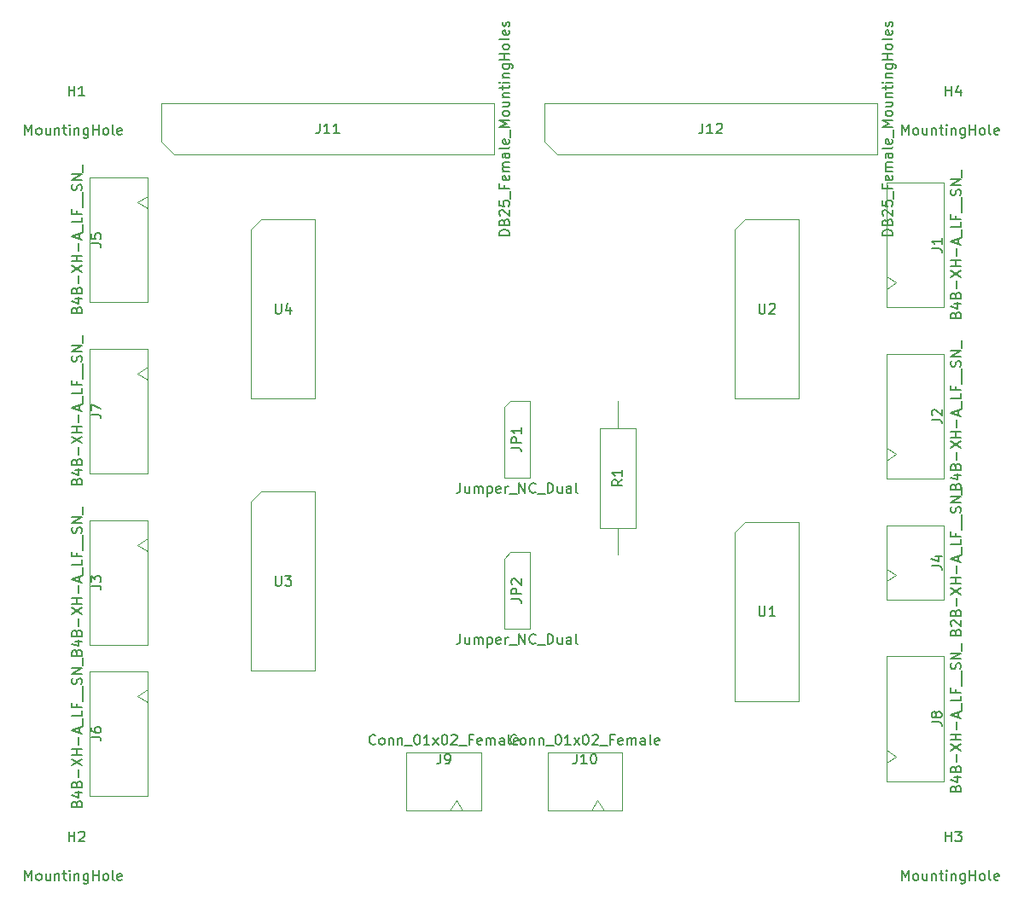
<source format=gbr>
%TF.GenerationSoftware,KiCad,Pcbnew,6.0.6-3a73a75311~116~ubuntu20.04.1*%
%TF.CreationDate,2022-07-30T07:06:59+01:00*%
%TF.ProjectId,blanking_board,626c616e-6b69-46e6-975f-626f6172642e,rev?*%
%TF.SameCoordinates,Original*%
%TF.FileFunction,AssemblyDrawing,Top*%
%FSLAX46Y46*%
G04 Gerber Fmt 4.6, Leading zero omitted, Abs format (unit mm)*
G04 Created by KiCad (PCBNEW 6.0.6-3a73a75311~116~ubuntu20.04.1) date 2022-07-30 07:06:59*
%MOMM*%
%LPD*%
G01*
G04 APERTURE LIST*
%ADD10C,0.150000*%
%ADD11C,0.100000*%
G04 APERTURE END LIST*
D10*
%TO.C,J11*%
X145262380Y-65301428D02*
X144262380Y-65301428D01*
X144262380Y-65063333D01*
X144310000Y-64920476D01*
X144405238Y-64825238D01*
X144500476Y-64777619D01*
X144690952Y-64730000D01*
X144833809Y-64730000D01*
X145024285Y-64777619D01*
X145119523Y-64825238D01*
X145214761Y-64920476D01*
X145262380Y-65063333D01*
X145262380Y-65301428D01*
X144738571Y-63968095D02*
X144786190Y-63825238D01*
X144833809Y-63777619D01*
X144929047Y-63730000D01*
X145071904Y-63730000D01*
X145167142Y-63777619D01*
X145214761Y-63825238D01*
X145262380Y-63920476D01*
X145262380Y-64301428D01*
X144262380Y-64301428D01*
X144262380Y-63968095D01*
X144310000Y-63872857D01*
X144357619Y-63825238D01*
X144452857Y-63777619D01*
X144548095Y-63777619D01*
X144643333Y-63825238D01*
X144690952Y-63872857D01*
X144738571Y-63968095D01*
X144738571Y-64301428D01*
X144357619Y-63349047D02*
X144310000Y-63301428D01*
X144262380Y-63206190D01*
X144262380Y-62968095D01*
X144310000Y-62872857D01*
X144357619Y-62825238D01*
X144452857Y-62777619D01*
X144548095Y-62777619D01*
X144690952Y-62825238D01*
X145262380Y-63396666D01*
X145262380Y-62777619D01*
X144262380Y-61872857D02*
X144262380Y-62349047D01*
X144738571Y-62396666D01*
X144690952Y-62349047D01*
X144643333Y-62253809D01*
X144643333Y-62015714D01*
X144690952Y-61920476D01*
X144738571Y-61872857D01*
X144833809Y-61825238D01*
X145071904Y-61825238D01*
X145167142Y-61872857D01*
X145214761Y-61920476D01*
X145262380Y-62015714D01*
X145262380Y-62253809D01*
X145214761Y-62349047D01*
X145167142Y-62396666D01*
X145357619Y-61634761D02*
X145357619Y-60872857D01*
X144738571Y-60301428D02*
X144738571Y-60634761D01*
X145262380Y-60634761D02*
X144262380Y-60634761D01*
X144262380Y-60158571D01*
X145214761Y-59396666D02*
X145262380Y-59491904D01*
X145262380Y-59682380D01*
X145214761Y-59777619D01*
X145119523Y-59825238D01*
X144738571Y-59825238D01*
X144643333Y-59777619D01*
X144595714Y-59682380D01*
X144595714Y-59491904D01*
X144643333Y-59396666D01*
X144738571Y-59349047D01*
X144833809Y-59349047D01*
X144929047Y-59825238D01*
X145262380Y-58920476D02*
X144595714Y-58920476D01*
X144690952Y-58920476D02*
X144643333Y-58872857D01*
X144595714Y-58777619D01*
X144595714Y-58634761D01*
X144643333Y-58539523D01*
X144738571Y-58491904D01*
X145262380Y-58491904D01*
X144738571Y-58491904D02*
X144643333Y-58444285D01*
X144595714Y-58349047D01*
X144595714Y-58206190D01*
X144643333Y-58110952D01*
X144738571Y-58063333D01*
X145262380Y-58063333D01*
X145262380Y-57158571D02*
X144738571Y-57158571D01*
X144643333Y-57206190D01*
X144595714Y-57301428D01*
X144595714Y-57491904D01*
X144643333Y-57587142D01*
X145214761Y-57158571D02*
X145262380Y-57253809D01*
X145262380Y-57491904D01*
X145214761Y-57587142D01*
X145119523Y-57634761D01*
X145024285Y-57634761D01*
X144929047Y-57587142D01*
X144881428Y-57491904D01*
X144881428Y-57253809D01*
X144833809Y-57158571D01*
X145262380Y-56539523D02*
X145214761Y-56634761D01*
X145119523Y-56682380D01*
X144262380Y-56682380D01*
X145214761Y-55777619D02*
X145262380Y-55872857D01*
X145262380Y-56063333D01*
X145214761Y-56158571D01*
X145119523Y-56206190D01*
X144738571Y-56206190D01*
X144643333Y-56158571D01*
X144595714Y-56063333D01*
X144595714Y-55872857D01*
X144643333Y-55777619D01*
X144738571Y-55730000D01*
X144833809Y-55730000D01*
X144929047Y-56206190D01*
X145357619Y-55539523D02*
X145357619Y-54777619D01*
X145262380Y-54539523D02*
X144262380Y-54539523D01*
X144976666Y-54206190D01*
X144262380Y-53872857D01*
X145262380Y-53872857D01*
X145262380Y-53253809D02*
X145214761Y-53349047D01*
X145167142Y-53396666D01*
X145071904Y-53444285D01*
X144786190Y-53444285D01*
X144690952Y-53396666D01*
X144643333Y-53349047D01*
X144595714Y-53253809D01*
X144595714Y-53110952D01*
X144643333Y-53015714D01*
X144690952Y-52968095D01*
X144786190Y-52920476D01*
X145071904Y-52920476D01*
X145167142Y-52968095D01*
X145214761Y-53015714D01*
X145262380Y-53110952D01*
X145262380Y-53253809D01*
X144595714Y-52063333D02*
X145262380Y-52063333D01*
X144595714Y-52491904D02*
X145119523Y-52491904D01*
X145214761Y-52444285D01*
X145262380Y-52349047D01*
X145262380Y-52206190D01*
X145214761Y-52110952D01*
X145167142Y-52063333D01*
X144595714Y-51587142D02*
X145262380Y-51587142D01*
X144690952Y-51587142D02*
X144643333Y-51539523D01*
X144595714Y-51444285D01*
X144595714Y-51301428D01*
X144643333Y-51206190D01*
X144738571Y-51158571D01*
X145262380Y-51158571D01*
X144595714Y-50825238D02*
X144595714Y-50444285D01*
X144262380Y-50682380D02*
X145119523Y-50682380D01*
X145214761Y-50634761D01*
X145262380Y-50539523D01*
X145262380Y-50444285D01*
X145262380Y-50110952D02*
X144595714Y-50110952D01*
X144262380Y-50110952D02*
X144310000Y-50158571D01*
X144357619Y-50110952D01*
X144310000Y-50063333D01*
X144262380Y-50110952D01*
X144357619Y-50110952D01*
X144595714Y-49634761D02*
X145262380Y-49634761D01*
X144690952Y-49634761D02*
X144643333Y-49587142D01*
X144595714Y-49491904D01*
X144595714Y-49349047D01*
X144643333Y-49253809D01*
X144738571Y-49206190D01*
X145262380Y-49206190D01*
X144595714Y-48301428D02*
X145405238Y-48301428D01*
X145500476Y-48349047D01*
X145548095Y-48396666D01*
X145595714Y-48491904D01*
X145595714Y-48634761D01*
X145548095Y-48730000D01*
X145214761Y-48301428D02*
X145262380Y-48396666D01*
X145262380Y-48587142D01*
X145214761Y-48682380D01*
X145167142Y-48730000D01*
X145071904Y-48777619D01*
X144786190Y-48777619D01*
X144690952Y-48730000D01*
X144643333Y-48682380D01*
X144595714Y-48587142D01*
X144595714Y-48396666D01*
X144643333Y-48301428D01*
X145262380Y-47825238D02*
X144262380Y-47825238D01*
X144738571Y-47825238D02*
X144738571Y-47253809D01*
X145262380Y-47253809D02*
X144262380Y-47253809D01*
X145262380Y-46634761D02*
X145214761Y-46730000D01*
X145167142Y-46777619D01*
X145071904Y-46825238D01*
X144786190Y-46825238D01*
X144690952Y-46777619D01*
X144643333Y-46730000D01*
X144595714Y-46634761D01*
X144595714Y-46491904D01*
X144643333Y-46396666D01*
X144690952Y-46349047D01*
X144786190Y-46301428D01*
X145071904Y-46301428D01*
X145167142Y-46349047D01*
X145214761Y-46396666D01*
X145262380Y-46491904D01*
X145262380Y-46634761D01*
X145262380Y-45730000D02*
X145214761Y-45825238D01*
X145119523Y-45872857D01*
X144262380Y-45872857D01*
X145214761Y-44968095D02*
X145262380Y-45063333D01*
X145262380Y-45253809D01*
X145214761Y-45349047D01*
X145119523Y-45396666D01*
X144738571Y-45396666D01*
X144643333Y-45349047D01*
X144595714Y-45253809D01*
X144595714Y-45063333D01*
X144643333Y-44968095D01*
X144738571Y-44920476D01*
X144833809Y-44920476D01*
X144929047Y-45396666D01*
X145214761Y-44539523D02*
X145262380Y-44444285D01*
X145262380Y-44253809D01*
X145214761Y-44158571D01*
X145119523Y-44110952D01*
X145071904Y-44110952D01*
X144976666Y-44158571D01*
X144929047Y-44253809D01*
X144929047Y-44396666D01*
X144881428Y-44491904D01*
X144786190Y-44539523D01*
X144738571Y-44539523D01*
X144643333Y-44491904D01*
X144595714Y-44396666D01*
X144595714Y-44253809D01*
X144643333Y-44158571D01*
X126430476Y-54182380D02*
X126430476Y-54896666D01*
X126382857Y-55039523D01*
X126287619Y-55134761D01*
X126144761Y-55182380D01*
X126049523Y-55182380D01*
X127430476Y-55182380D02*
X126859047Y-55182380D01*
X127144761Y-55182380D02*
X127144761Y-54182380D01*
X127049523Y-54325238D01*
X126954285Y-54420476D01*
X126859047Y-54468095D01*
X128382857Y-55182380D02*
X127811428Y-55182380D01*
X128097142Y-55182380D02*
X128097142Y-54182380D01*
X128001904Y-54325238D01*
X127906666Y-54420476D01*
X127811428Y-54468095D01*
%TO.C,J12*%
X183262380Y-65301428D02*
X182262380Y-65301428D01*
X182262380Y-65063333D01*
X182310000Y-64920476D01*
X182405238Y-64825238D01*
X182500476Y-64777619D01*
X182690952Y-64730000D01*
X182833809Y-64730000D01*
X183024285Y-64777619D01*
X183119523Y-64825238D01*
X183214761Y-64920476D01*
X183262380Y-65063333D01*
X183262380Y-65301428D01*
X182738571Y-63968095D02*
X182786190Y-63825238D01*
X182833809Y-63777619D01*
X182929047Y-63730000D01*
X183071904Y-63730000D01*
X183167142Y-63777619D01*
X183214761Y-63825238D01*
X183262380Y-63920476D01*
X183262380Y-64301428D01*
X182262380Y-64301428D01*
X182262380Y-63968095D01*
X182310000Y-63872857D01*
X182357619Y-63825238D01*
X182452857Y-63777619D01*
X182548095Y-63777619D01*
X182643333Y-63825238D01*
X182690952Y-63872857D01*
X182738571Y-63968095D01*
X182738571Y-64301428D01*
X182357619Y-63349047D02*
X182310000Y-63301428D01*
X182262380Y-63206190D01*
X182262380Y-62968095D01*
X182310000Y-62872857D01*
X182357619Y-62825238D01*
X182452857Y-62777619D01*
X182548095Y-62777619D01*
X182690952Y-62825238D01*
X183262380Y-63396666D01*
X183262380Y-62777619D01*
X182262380Y-61872857D02*
X182262380Y-62349047D01*
X182738571Y-62396666D01*
X182690952Y-62349047D01*
X182643333Y-62253809D01*
X182643333Y-62015714D01*
X182690952Y-61920476D01*
X182738571Y-61872857D01*
X182833809Y-61825238D01*
X183071904Y-61825238D01*
X183167142Y-61872857D01*
X183214761Y-61920476D01*
X183262380Y-62015714D01*
X183262380Y-62253809D01*
X183214761Y-62349047D01*
X183167142Y-62396666D01*
X183357619Y-61634761D02*
X183357619Y-60872857D01*
X182738571Y-60301428D02*
X182738571Y-60634761D01*
X183262380Y-60634761D02*
X182262380Y-60634761D01*
X182262380Y-60158571D01*
X183214761Y-59396666D02*
X183262380Y-59491904D01*
X183262380Y-59682380D01*
X183214761Y-59777619D01*
X183119523Y-59825238D01*
X182738571Y-59825238D01*
X182643333Y-59777619D01*
X182595714Y-59682380D01*
X182595714Y-59491904D01*
X182643333Y-59396666D01*
X182738571Y-59349047D01*
X182833809Y-59349047D01*
X182929047Y-59825238D01*
X183262380Y-58920476D02*
X182595714Y-58920476D01*
X182690952Y-58920476D02*
X182643333Y-58872857D01*
X182595714Y-58777619D01*
X182595714Y-58634761D01*
X182643333Y-58539523D01*
X182738571Y-58491904D01*
X183262380Y-58491904D01*
X182738571Y-58491904D02*
X182643333Y-58444285D01*
X182595714Y-58349047D01*
X182595714Y-58206190D01*
X182643333Y-58110952D01*
X182738571Y-58063333D01*
X183262380Y-58063333D01*
X183262380Y-57158571D02*
X182738571Y-57158571D01*
X182643333Y-57206190D01*
X182595714Y-57301428D01*
X182595714Y-57491904D01*
X182643333Y-57587142D01*
X183214761Y-57158571D02*
X183262380Y-57253809D01*
X183262380Y-57491904D01*
X183214761Y-57587142D01*
X183119523Y-57634761D01*
X183024285Y-57634761D01*
X182929047Y-57587142D01*
X182881428Y-57491904D01*
X182881428Y-57253809D01*
X182833809Y-57158571D01*
X183262380Y-56539523D02*
X183214761Y-56634761D01*
X183119523Y-56682380D01*
X182262380Y-56682380D01*
X183214761Y-55777619D02*
X183262380Y-55872857D01*
X183262380Y-56063333D01*
X183214761Y-56158571D01*
X183119523Y-56206190D01*
X182738571Y-56206190D01*
X182643333Y-56158571D01*
X182595714Y-56063333D01*
X182595714Y-55872857D01*
X182643333Y-55777619D01*
X182738571Y-55730000D01*
X182833809Y-55730000D01*
X182929047Y-56206190D01*
X183357619Y-55539523D02*
X183357619Y-54777619D01*
X183262380Y-54539523D02*
X182262380Y-54539523D01*
X182976666Y-54206190D01*
X182262380Y-53872857D01*
X183262380Y-53872857D01*
X183262380Y-53253809D02*
X183214761Y-53349047D01*
X183167142Y-53396666D01*
X183071904Y-53444285D01*
X182786190Y-53444285D01*
X182690952Y-53396666D01*
X182643333Y-53349047D01*
X182595714Y-53253809D01*
X182595714Y-53110952D01*
X182643333Y-53015714D01*
X182690952Y-52968095D01*
X182786190Y-52920476D01*
X183071904Y-52920476D01*
X183167142Y-52968095D01*
X183214761Y-53015714D01*
X183262380Y-53110952D01*
X183262380Y-53253809D01*
X182595714Y-52063333D02*
X183262380Y-52063333D01*
X182595714Y-52491904D02*
X183119523Y-52491904D01*
X183214761Y-52444285D01*
X183262380Y-52349047D01*
X183262380Y-52206190D01*
X183214761Y-52110952D01*
X183167142Y-52063333D01*
X182595714Y-51587142D02*
X183262380Y-51587142D01*
X182690952Y-51587142D02*
X182643333Y-51539523D01*
X182595714Y-51444285D01*
X182595714Y-51301428D01*
X182643333Y-51206190D01*
X182738571Y-51158571D01*
X183262380Y-51158571D01*
X182595714Y-50825238D02*
X182595714Y-50444285D01*
X182262380Y-50682380D02*
X183119523Y-50682380D01*
X183214761Y-50634761D01*
X183262380Y-50539523D01*
X183262380Y-50444285D01*
X183262380Y-50110952D02*
X182595714Y-50110952D01*
X182262380Y-50110952D02*
X182310000Y-50158571D01*
X182357619Y-50110952D01*
X182310000Y-50063333D01*
X182262380Y-50110952D01*
X182357619Y-50110952D01*
X182595714Y-49634761D02*
X183262380Y-49634761D01*
X182690952Y-49634761D02*
X182643333Y-49587142D01*
X182595714Y-49491904D01*
X182595714Y-49349047D01*
X182643333Y-49253809D01*
X182738571Y-49206190D01*
X183262380Y-49206190D01*
X182595714Y-48301428D02*
X183405238Y-48301428D01*
X183500476Y-48349047D01*
X183548095Y-48396666D01*
X183595714Y-48491904D01*
X183595714Y-48634761D01*
X183548095Y-48730000D01*
X183214761Y-48301428D02*
X183262380Y-48396666D01*
X183262380Y-48587142D01*
X183214761Y-48682380D01*
X183167142Y-48730000D01*
X183071904Y-48777619D01*
X182786190Y-48777619D01*
X182690952Y-48730000D01*
X182643333Y-48682380D01*
X182595714Y-48587142D01*
X182595714Y-48396666D01*
X182643333Y-48301428D01*
X183262380Y-47825238D02*
X182262380Y-47825238D01*
X182738571Y-47825238D02*
X182738571Y-47253809D01*
X183262380Y-47253809D02*
X182262380Y-47253809D01*
X183262380Y-46634761D02*
X183214761Y-46730000D01*
X183167142Y-46777619D01*
X183071904Y-46825238D01*
X182786190Y-46825238D01*
X182690952Y-46777619D01*
X182643333Y-46730000D01*
X182595714Y-46634761D01*
X182595714Y-46491904D01*
X182643333Y-46396666D01*
X182690952Y-46349047D01*
X182786190Y-46301428D01*
X183071904Y-46301428D01*
X183167142Y-46349047D01*
X183214761Y-46396666D01*
X183262380Y-46491904D01*
X183262380Y-46634761D01*
X183262380Y-45730000D02*
X183214761Y-45825238D01*
X183119523Y-45872857D01*
X182262380Y-45872857D01*
X183214761Y-44968095D02*
X183262380Y-45063333D01*
X183262380Y-45253809D01*
X183214761Y-45349047D01*
X183119523Y-45396666D01*
X182738571Y-45396666D01*
X182643333Y-45349047D01*
X182595714Y-45253809D01*
X182595714Y-45063333D01*
X182643333Y-44968095D01*
X182738571Y-44920476D01*
X182833809Y-44920476D01*
X182929047Y-45396666D01*
X183214761Y-44539523D02*
X183262380Y-44444285D01*
X183262380Y-44253809D01*
X183214761Y-44158571D01*
X183119523Y-44110952D01*
X183071904Y-44110952D01*
X182976666Y-44158571D01*
X182929047Y-44253809D01*
X182929047Y-44396666D01*
X182881428Y-44491904D01*
X182786190Y-44539523D01*
X182738571Y-44539523D01*
X182643333Y-44491904D01*
X182595714Y-44396666D01*
X182595714Y-44253809D01*
X182643333Y-44158571D01*
X164430476Y-54182380D02*
X164430476Y-54896666D01*
X164382857Y-55039523D01*
X164287619Y-55134761D01*
X164144761Y-55182380D01*
X164049523Y-55182380D01*
X165430476Y-55182380D02*
X164859047Y-55182380D01*
X165144761Y-55182380D02*
X165144761Y-54182380D01*
X165049523Y-54325238D01*
X164954285Y-54420476D01*
X164859047Y-54468095D01*
X165811428Y-54277619D02*
X165859047Y-54230000D01*
X165954285Y-54182380D01*
X166192380Y-54182380D01*
X166287619Y-54230000D01*
X166335238Y-54277619D01*
X166382857Y-54372857D01*
X166382857Y-54468095D01*
X166335238Y-54610952D01*
X165763809Y-55182380D01*
X166382857Y-55182380D01*
%TO.C,JP1*%
X140380952Y-89862380D02*
X140380952Y-90576666D01*
X140333333Y-90719523D01*
X140238095Y-90814761D01*
X140095238Y-90862380D01*
X140000000Y-90862380D01*
X141285714Y-90195714D02*
X141285714Y-90862380D01*
X140857142Y-90195714D02*
X140857142Y-90719523D01*
X140904761Y-90814761D01*
X141000000Y-90862380D01*
X141142857Y-90862380D01*
X141238095Y-90814761D01*
X141285714Y-90767142D01*
X141761904Y-90862380D02*
X141761904Y-90195714D01*
X141761904Y-90290952D02*
X141809523Y-90243333D01*
X141904761Y-90195714D01*
X142047619Y-90195714D01*
X142142857Y-90243333D01*
X142190476Y-90338571D01*
X142190476Y-90862380D01*
X142190476Y-90338571D02*
X142238095Y-90243333D01*
X142333333Y-90195714D01*
X142476190Y-90195714D01*
X142571428Y-90243333D01*
X142619047Y-90338571D01*
X142619047Y-90862380D01*
X143095238Y-90195714D02*
X143095238Y-91195714D01*
X143095238Y-90243333D02*
X143190476Y-90195714D01*
X143380952Y-90195714D01*
X143476190Y-90243333D01*
X143523809Y-90290952D01*
X143571428Y-90386190D01*
X143571428Y-90671904D01*
X143523809Y-90767142D01*
X143476190Y-90814761D01*
X143380952Y-90862380D01*
X143190476Y-90862380D01*
X143095238Y-90814761D01*
X144380952Y-90814761D02*
X144285714Y-90862380D01*
X144095238Y-90862380D01*
X144000000Y-90814761D01*
X143952380Y-90719523D01*
X143952380Y-90338571D01*
X144000000Y-90243333D01*
X144095238Y-90195714D01*
X144285714Y-90195714D01*
X144380952Y-90243333D01*
X144428571Y-90338571D01*
X144428571Y-90433809D01*
X143952380Y-90529047D01*
X144857142Y-90862380D02*
X144857142Y-90195714D01*
X144857142Y-90386190D02*
X144904761Y-90290952D01*
X144952380Y-90243333D01*
X145047619Y-90195714D01*
X145142857Y-90195714D01*
X145238095Y-90957619D02*
X146000000Y-90957619D01*
X146238095Y-90862380D02*
X146238095Y-89862380D01*
X146809523Y-90862380D01*
X146809523Y-89862380D01*
X147857142Y-90767142D02*
X147809523Y-90814761D01*
X147666666Y-90862380D01*
X147571428Y-90862380D01*
X147428571Y-90814761D01*
X147333333Y-90719523D01*
X147285714Y-90624285D01*
X147238095Y-90433809D01*
X147238095Y-90290952D01*
X147285714Y-90100476D01*
X147333333Y-90005238D01*
X147428571Y-89910000D01*
X147571428Y-89862380D01*
X147666666Y-89862380D01*
X147809523Y-89910000D01*
X147857142Y-89957619D01*
X148047619Y-90957619D02*
X148809523Y-90957619D01*
X149047619Y-90862380D02*
X149047619Y-89862380D01*
X149285714Y-89862380D01*
X149428571Y-89910000D01*
X149523809Y-90005238D01*
X149571428Y-90100476D01*
X149619047Y-90290952D01*
X149619047Y-90433809D01*
X149571428Y-90624285D01*
X149523809Y-90719523D01*
X149428571Y-90814761D01*
X149285714Y-90862380D01*
X149047619Y-90862380D01*
X150476190Y-90195714D02*
X150476190Y-90862380D01*
X150047619Y-90195714D02*
X150047619Y-90719523D01*
X150095238Y-90814761D01*
X150190476Y-90862380D01*
X150333333Y-90862380D01*
X150428571Y-90814761D01*
X150476190Y-90767142D01*
X151380952Y-90862380D02*
X151380952Y-90338571D01*
X151333333Y-90243333D01*
X151238095Y-90195714D01*
X151047619Y-90195714D01*
X150952380Y-90243333D01*
X151380952Y-90814761D02*
X151285714Y-90862380D01*
X151047619Y-90862380D01*
X150952380Y-90814761D01*
X150904761Y-90719523D01*
X150904761Y-90624285D01*
X150952380Y-90529047D01*
X151047619Y-90481428D01*
X151285714Y-90481428D01*
X151380952Y-90433809D01*
X152000000Y-90862380D02*
X151904761Y-90814761D01*
X151857142Y-90719523D01*
X151857142Y-89862380D01*
X145452380Y-86373333D02*
X146166666Y-86373333D01*
X146309523Y-86420952D01*
X146404761Y-86516190D01*
X146452380Y-86659047D01*
X146452380Y-86754285D01*
X146452380Y-85897142D02*
X145452380Y-85897142D01*
X145452380Y-85516190D01*
X145500000Y-85420952D01*
X145547619Y-85373333D01*
X145642857Y-85325714D01*
X145785714Y-85325714D01*
X145880952Y-85373333D01*
X145928571Y-85420952D01*
X145976190Y-85516190D01*
X145976190Y-85897142D01*
X146452380Y-84373333D02*
X146452380Y-84944761D01*
X146452380Y-84659047D02*
X145452380Y-84659047D01*
X145595238Y-84754285D01*
X145690476Y-84849523D01*
X145738095Y-84944761D01*
%TO.C,R1*%
X156452380Y-89546666D02*
X155976190Y-89880000D01*
X156452380Y-90118095D02*
X155452380Y-90118095D01*
X155452380Y-89737142D01*
X155500000Y-89641904D01*
X155547619Y-89594285D01*
X155642857Y-89546666D01*
X155785714Y-89546666D01*
X155880952Y-89594285D01*
X155928571Y-89641904D01*
X155976190Y-89737142D01*
X155976190Y-90118095D01*
X156452380Y-88594285D02*
X156452380Y-89165714D01*
X156452380Y-88880000D02*
X155452380Y-88880000D01*
X155595238Y-88975238D01*
X155690476Y-89070476D01*
X155738095Y-89165714D01*
%TO.C,U1*%
X170048095Y-102072380D02*
X170048095Y-102881904D01*
X170095714Y-102977142D01*
X170143333Y-103024761D01*
X170238571Y-103072380D01*
X170429047Y-103072380D01*
X170524285Y-103024761D01*
X170571904Y-102977142D01*
X170619523Y-102881904D01*
X170619523Y-102072380D01*
X171619523Y-103072380D02*
X171048095Y-103072380D01*
X171333809Y-103072380D02*
X171333809Y-102072380D01*
X171238571Y-102215238D01*
X171143333Y-102310476D01*
X171048095Y-102358095D01*
%TO.C,U2*%
X170048095Y-72072380D02*
X170048095Y-72881904D01*
X170095714Y-72977142D01*
X170143333Y-73024761D01*
X170238571Y-73072380D01*
X170429047Y-73072380D01*
X170524285Y-73024761D01*
X170571904Y-72977142D01*
X170619523Y-72881904D01*
X170619523Y-72072380D01*
X171048095Y-72167619D02*
X171095714Y-72120000D01*
X171190952Y-72072380D01*
X171429047Y-72072380D01*
X171524285Y-72120000D01*
X171571904Y-72167619D01*
X171619523Y-72262857D01*
X171619523Y-72358095D01*
X171571904Y-72500952D01*
X171000476Y-73072380D01*
X171619523Y-73072380D01*
%TO.C,U4*%
X122048095Y-72072380D02*
X122048095Y-72881904D01*
X122095714Y-72977142D01*
X122143333Y-73024761D01*
X122238571Y-73072380D01*
X122429047Y-73072380D01*
X122524285Y-73024761D01*
X122571904Y-72977142D01*
X122619523Y-72881904D01*
X122619523Y-72072380D01*
X123524285Y-72405714D02*
X123524285Y-73072380D01*
X123286190Y-72024761D02*
X123048095Y-72739047D01*
X123667142Y-72739047D01*
%TO.C,J1*%
X189528571Y-73178571D02*
X189576190Y-73035714D01*
X189623809Y-72988095D01*
X189719047Y-72940476D01*
X189861904Y-72940476D01*
X189957142Y-72988095D01*
X190004761Y-73035714D01*
X190052380Y-73130952D01*
X190052380Y-73511904D01*
X189052380Y-73511904D01*
X189052380Y-73178571D01*
X189100000Y-73083333D01*
X189147619Y-73035714D01*
X189242857Y-72988095D01*
X189338095Y-72988095D01*
X189433333Y-73035714D01*
X189480952Y-73083333D01*
X189528571Y-73178571D01*
X189528571Y-73511904D01*
X189385714Y-72083333D02*
X190052380Y-72083333D01*
X189004761Y-72321428D02*
X189719047Y-72559523D01*
X189719047Y-71940476D01*
X189528571Y-71226190D02*
X189576190Y-71083333D01*
X189623809Y-71035714D01*
X189719047Y-70988095D01*
X189861904Y-70988095D01*
X189957142Y-71035714D01*
X190004761Y-71083333D01*
X190052380Y-71178571D01*
X190052380Y-71559523D01*
X189052380Y-71559523D01*
X189052380Y-71226190D01*
X189100000Y-71130952D01*
X189147619Y-71083333D01*
X189242857Y-71035714D01*
X189338095Y-71035714D01*
X189433333Y-71083333D01*
X189480952Y-71130952D01*
X189528571Y-71226190D01*
X189528571Y-71559523D01*
X189671428Y-70559523D02*
X189671428Y-69797619D01*
X189052380Y-69416666D02*
X190052380Y-68750000D01*
X189052380Y-68750000D02*
X190052380Y-69416666D01*
X190052380Y-68369047D02*
X189052380Y-68369047D01*
X189528571Y-68369047D02*
X189528571Y-67797619D01*
X190052380Y-67797619D02*
X189052380Y-67797619D01*
X189671428Y-67321428D02*
X189671428Y-66559523D01*
X189766666Y-66130952D02*
X189766666Y-65654761D01*
X190052380Y-66226190D02*
X189052380Y-65892857D01*
X190052380Y-65559523D01*
X190147619Y-65464285D02*
X190147619Y-64702380D01*
X190052380Y-63988095D02*
X190052380Y-64464285D01*
X189052380Y-64464285D01*
X189528571Y-63321428D02*
X189528571Y-63654761D01*
X190052380Y-63654761D02*
X189052380Y-63654761D01*
X189052380Y-63178571D01*
X190147619Y-63035714D02*
X190147619Y-62273809D01*
X190147619Y-62273809D02*
X190147619Y-61511904D01*
X190004761Y-61321428D02*
X190052380Y-61178571D01*
X190052380Y-60940476D01*
X190004761Y-60845238D01*
X189957142Y-60797619D01*
X189861904Y-60750000D01*
X189766666Y-60750000D01*
X189671428Y-60797619D01*
X189623809Y-60845238D01*
X189576190Y-60940476D01*
X189528571Y-61130952D01*
X189480952Y-61226190D01*
X189433333Y-61273809D01*
X189338095Y-61321428D01*
X189242857Y-61321428D01*
X189147619Y-61273809D01*
X189100000Y-61226190D01*
X189052380Y-61130952D01*
X189052380Y-60892857D01*
X189100000Y-60750000D01*
X190052380Y-60321428D02*
X189052380Y-60321428D01*
X190052380Y-59750000D01*
X189052380Y-59750000D01*
X190147619Y-59511904D02*
X190147619Y-58750000D01*
X187152380Y-66583333D02*
X187866666Y-66583333D01*
X188009523Y-66630952D01*
X188104761Y-66726190D01*
X188152380Y-66869047D01*
X188152380Y-66964285D01*
X188152380Y-65583333D02*
X188152380Y-66154761D01*
X188152380Y-65869047D02*
X187152380Y-65869047D01*
X187295238Y-65964285D01*
X187390476Y-66059523D01*
X187438095Y-66154761D01*
%TO.C,J2*%
X189528571Y-90178571D02*
X189576190Y-90035714D01*
X189623809Y-89988095D01*
X189719047Y-89940476D01*
X189861904Y-89940476D01*
X189957142Y-89988095D01*
X190004761Y-90035714D01*
X190052380Y-90130952D01*
X190052380Y-90511904D01*
X189052380Y-90511904D01*
X189052380Y-90178571D01*
X189100000Y-90083333D01*
X189147619Y-90035714D01*
X189242857Y-89988095D01*
X189338095Y-89988095D01*
X189433333Y-90035714D01*
X189480952Y-90083333D01*
X189528571Y-90178571D01*
X189528571Y-90511904D01*
X189385714Y-89083333D02*
X190052380Y-89083333D01*
X189004761Y-89321428D02*
X189719047Y-89559523D01*
X189719047Y-88940476D01*
X189528571Y-88226190D02*
X189576190Y-88083333D01*
X189623809Y-88035714D01*
X189719047Y-87988095D01*
X189861904Y-87988095D01*
X189957142Y-88035714D01*
X190004761Y-88083333D01*
X190052380Y-88178571D01*
X190052380Y-88559523D01*
X189052380Y-88559523D01*
X189052380Y-88226190D01*
X189100000Y-88130952D01*
X189147619Y-88083333D01*
X189242857Y-88035714D01*
X189338095Y-88035714D01*
X189433333Y-88083333D01*
X189480952Y-88130952D01*
X189528571Y-88226190D01*
X189528571Y-88559523D01*
X189671428Y-87559523D02*
X189671428Y-86797619D01*
X189052380Y-86416666D02*
X190052380Y-85750000D01*
X189052380Y-85750000D02*
X190052380Y-86416666D01*
X190052380Y-85369047D02*
X189052380Y-85369047D01*
X189528571Y-85369047D02*
X189528571Y-84797619D01*
X190052380Y-84797619D02*
X189052380Y-84797619D01*
X189671428Y-84321428D02*
X189671428Y-83559523D01*
X189766666Y-83130952D02*
X189766666Y-82654761D01*
X190052380Y-83226190D02*
X189052380Y-82892857D01*
X190052380Y-82559523D01*
X190147619Y-82464285D02*
X190147619Y-81702380D01*
X190052380Y-80988095D02*
X190052380Y-81464285D01*
X189052380Y-81464285D01*
X189528571Y-80321428D02*
X189528571Y-80654761D01*
X190052380Y-80654761D02*
X189052380Y-80654761D01*
X189052380Y-80178571D01*
X190147619Y-80035714D02*
X190147619Y-79273809D01*
X190147619Y-79273809D02*
X190147619Y-78511904D01*
X190004761Y-78321428D02*
X190052380Y-78178571D01*
X190052380Y-77940476D01*
X190004761Y-77845238D01*
X189957142Y-77797619D01*
X189861904Y-77750000D01*
X189766666Y-77750000D01*
X189671428Y-77797619D01*
X189623809Y-77845238D01*
X189576190Y-77940476D01*
X189528571Y-78130952D01*
X189480952Y-78226190D01*
X189433333Y-78273809D01*
X189338095Y-78321428D01*
X189242857Y-78321428D01*
X189147619Y-78273809D01*
X189100000Y-78226190D01*
X189052380Y-78130952D01*
X189052380Y-77892857D01*
X189100000Y-77750000D01*
X190052380Y-77321428D02*
X189052380Y-77321428D01*
X190052380Y-76750000D01*
X189052380Y-76750000D01*
X190147619Y-76511904D02*
X190147619Y-75750000D01*
X187152380Y-83583333D02*
X187866666Y-83583333D01*
X188009523Y-83630952D01*
X188104761Y-83726190D01*
X188152380Y-83869047D01*
X188152380Y-83964285D01*
X187247619Y-83154761D02*
X187200000Y-83107142D01*
X187152380Y-83011904D01*
X187152380Y-82773809D01*
X187200000Y-82678571D01*
X187247619Y-82630952D01*
X187342857Y-82583333D01*
X187438095Y-82583333D01*
X187580952Y-82630952D01*
X188152380Y-83202380D01*
X188152380Y-82583333D01*
%TO.C,J3*%
X102328571Y-106678571D02*
X102376190Y-106535714D01*
X102423809Y-106488095D01*
X102519047Y-106440476D01*
X102661904Y-106440476D01*
X102757142Y-106488095D01*
X102804761Y-106535714D01*
X102852380Y-106630952D01*
X102852380Y-107011904D01*
X101852380Y-107011904D01*
X101852380Y-106678571D01*
X101900000Y-106583333D01*
X101947619Y-106535714D01*
X102042857Y-106488095D01*
X102138095Y-106488095D01*
X102233333Y-106535714D01*
X102280952Y-106583333D01*
X102328571Y-106678571D01*
X102328571Y-107011904D01*
X102185714Y-105583333D02*
X102852380Y-105583333D01*
X101804761Y-105821428D02*
X102519047Y-106059523D01*
X102519047Y-105440476D01*
X102328571Y-104726190D02*
X102376190Y-104583333D01*
X102423809Y-104535714D01*
X102519047Y-104488095D01*
X102661904Y-104488095D01*
X102757142Y-104535714D01*
X102804761Y-104583333D01*
X102852380Y-104678571D01*
X102852380Y-105059523D01*
X101852380Y-105059523D01*
X101852380Y-104726190D01*
X101900000Y-104630952D01*
X101947619Y-104583333D01*
X102042857Y-104535714D01*
X102138095Y-104535714D01*
X102233333Y-104583333D01*
X102280952Y-104630952D01*
X102328571Y-104726190D01*
X102328571Y-105059523D01*
X102471428Y-104059523D02*
X102471428Y-103297619D01*
X101852380Y-102916666D02*
X102852380Y-102250000D01*
X101852380Y-102250000D02*
X102852380Y-102916666D01*
X102852380Y-101869047D02*
X101852380Y-101869047D01*
X102328571Y-101869047D02*
X102328571Y-101297619D01*
X102852380Y-101297619D02*
X101852380Y-101297619D01*
X102471428Y-100821428D02*
X102471428Y-100059523D01*
X102566666Y-99630952D02*
X102566666Y-99154761D01*
X102852380Y-99726190D02*
X101852380Y-99392857D01*
X102852380Y-99059523D01*
X102947619Y-98964285D02*
X102947619Y-98202380D01*
X102852380Y-97488095D02*
X102852380Y-97964285D01*
X101852380Y-97964285D01*
X102328571Y-96821428D02*
X102328571Y-97154761D01*
X102852380Y-97154761D02*
X101852380Y-97154761D01*
X101852380Y-96678571D01*
X102947619Y-96535714D02*
X102947619Y-95773809D01*
X102947619Y-95773809D02*
X102947619Y-95011904D01*
X102804761Y-94821428D02*
X102852380Y-94678571D01*
X102852380Y-94440476D01*
X102804761Y-94345238D01*
X102757142Y-94297619D01*
X102661904Y-94250000D01*
X102566666Y-94250000D01*
X102471428Y-94297619D01*
X102423809Y-94345238D01*
X102376190Y-94440476D01*
X102328571Y-94630952D01*
X102280952Y-94726190D01*
X102233333Y-94773809D01*
X102138095Y-94821428D01*
X102042857Y-94821428D01*
X101947619Y-94773809D01*
X101900000Y-94726190D01*
X101852380Y-94630952D01*
X101852380Y-94392857D01*
X101900000Y-94250000D01*
X102852380Y-93821428D02*
X101852380Y-93821428D01*
X102852380Y-93250000D01*
X101852380Y-93250000D01*
X102947619Y-93011904D02*
X102947619Y-92250000D01*
X103752380Y-100083333D02*
X104466666Y-100083333D01*
X104609523Y-100130952D01*
X104704761Y-100226190D01*
X104752380Y-100369047D01*
X104752380Y-100464285D01*
X103752380Y-99702380D02*
X103752380Y-99083333D01*
X104133333Y-99416666D01*
X104133333Y-99273809D01*
X104180952Y-99178571D01*
X104228571Y-99130952D01*
X104323809Y-99083333D01*
X104561904Y-99083333D01*
X104657142Y-99130952D01*
X104704761Y-99178571D01*
X104752380Y-99273809D01*
X104752380Y-99559523D01*
X104704761Y-99654761D01*
X104657142Y-99702380D01*
%TO.C,J4*%
X189528571Y-104678571D02*
X189576190Y-104535714D01*
X189623809Y-104488095D01*
X189719047Y-104440476D01*
X189861904Y-104440476D01*
X189957142Y-104488095D01*
X190004761Y-104535714D01*
X190052380Y-104630952D01*
X190052380Y-105011904D01*
X189052380Y-105011904D01*
X189052380Y-104678571D01*
X189100000Y-104583333D01*
X189147619Y-104535714D01*
X189242857Y-104488095D01*
X189338095Y-104488095D01*
X189433333Y-104535714D01*
X189480952Y-104583333D01*
X189528571Y-104678571D01*
X189528571Y-105011904D01*
X189147619Y-104059523D02*
X189100000Y-104011904D01*
X189052380Y-103916666D01*
X189052380Y-103678571D01*
X189100000Y-103583333D01*
X189147619Y-103535714D01*
X189242857Y-103488095D01*
X189338095Y-103488095D01*
X189480952Y-103535714D01*
X190052380Y-104107142D01*
X190052380Y-103488095D01*
X189528571Y-102726190D02*
X189576190Y-102583333D01*
X189623809Y-102535714D01*
X189719047Y-102488095D01*
X189861904Y-102488095D01*
X189957142Y-102535714D01*
X190004761Y-102583333D01*
X190052380Y-102678571D01*
X190052380Y-103059523D01*
X189052380Y-103059523D01*
X189052380Y-102726190D01*
X189100000Y-102630952D01*
X189147619Y-102583333D01*
X189242857Y-102535714D01*
X189338095Y-102535714D01*
X189433333Y-102583333D01*
X189480952Y-102630952D01*
X189528571Y-102726190D01*
X189528571Y-103059523D01*
X189671428Y-102059523D02*
X189671428Y-101297619D01*
X189052380Y-100916666D02*
X190052380Y-100250000D01*
X189052380Y-100250000D02*
X190052380Y-100916666D01*
X190052380Y-99869047D02*
X189052380Y-99869047D01*
X189528571Y-99869047D02*
X189528571Y-99297619D01*
X190052380Y-99297619D02*
X189052380Y-99297619D01*
X189671428Y-98821428D02*
X189671428Y-98059523D01*
X189766666Y-97630952D02*
X189766666Y-97154761D01*
X190052380Y-97726190D02*
X189052380Y-97392857D01*
X190052380Y-97059523D01*
X190147619Y-96964285D02*
X190147619Y-96202380D01*
X190052380Y-95488095D02*
X190052380Y-95964285D01*
X189052380Y-95964285D01*
X189528571Y-94821428D02*
X189528571Y-95154761D01*
X190052380Y-95154761D02*
X189052380Y-95154761D01*
X189052380Y-94678571D01*
X190147619Y-94535714D02*
X190147619Y-93773809D01*
X190147619Y-93773809D02*
X190147619Y-93011904D01*
X190004761Y-92821428D02*
X190052380Y-92678571D01*
X190052380Y-92440476D01*
X190004761Y-92345238D01*
X189957142Y-92297619D01*
X189861904Y-92250000D01*
X189766666Y-92250000D01*
X189671428Y-92297619D01*
X189623809Y-92345238D01*
X189576190Y-92440476D01*
X189528571Y-92630952D01*
X189480952Y-92726190D01*
X189433333Y-92773809D01*
X189338095Y-92821428D01*
X189242857Y-92821428D01*
X189147619Y-92773809D01*
X189100000Y-92726190D01*
X189052380Y-92630952D01*
X189052380Y-92392857D01*
X189100000Y-92250000D01*
X190052380Y-91821428D02*
X189052380Y-91821428D01*
X190052380Y-91250000D01*
X189052380Y-91250000D01*
X190147619Y-91011904D02*
X190147619Y-90250000D01*
X187152380Y-98083333D02*
X187866666Y-98083333D01*
X188009523Y-98130952D01*
X188104761Y-98226190D01*
X188152380Y-98369047D01*
X188152380Y-98464285D01*
X187485714Y-97178571D02*
X188152380Y-97178571D01*
X187104761Y-97416666D02*
X187819047Y-97654761D01*
X187819047Y-97035714D01*
%TO.C,J5*%
X102328571Y-72678571D02*
X102376190Y-72535714D01*
X102423809Y-72488095D01*
X102519047Y-72440476D01*
X102661904Y-72440476D01*
X102757142Y-72488095D01*
X102804761Y-72535714D01*
X102852380Y-72630952D01*
X102852380Y-73011904D01*
X101852380Y-73011904D01*
X101852380Y-72678571D01*
X101900000Y-72583333D01*
X101947619Y-72535714D01*
X102042857Y-72488095D01*
X102138095Y-72488095D01*
X102233333Y-72535714D01*
X102280952Y-72583333D01*
X102328571Y-72678571D01*
X102328571Y-73011904D01*
X102185714Y-71583333D02*
X102852380Y-71583333D01*
X101804761Y-71821428D02*
X102519047Y-72059523D01*
X102519047Y-71440476D01*
X102328571Y-70726190D02*
X102376190Y-70583333D01*
X102423809Y-70535714D01*
X102519047Y-70488095D01*
X102661904Y-70488095D01*
X102757142Y-70535714D01*
X102804761Y-70583333D01*
X102852380Y-70678571D01*
X102852380Y-71059523D01*
X101852380Y-71059523D01*
X101852380Y-70726190D01*
X101900000Y-70630952D01*
X101947619Y-70583333D01*
X102042857Y-70535714D01*
X102138095Y-70535714D01*
X102233333Y-70583333D01*
X102280952Y-70630952D01*
X102328571Y-70726190D01*
X102328571Y-71059523D01*
X102471428Y-70059523D02*
X102471428Y-69297619D01*
X101852380Y-68916666D02*
X102852380Y-68250000D01*
X101852380Y-68250000D02*
X102852380Y-68916666D01*
X102852380Y-67869047D02*
X101852380Y-67869047D01*
X102328571Y-67869047D02*
X102328571Y-67297619D01*
X102852380Y-67297619D02*
X101852380Y-67297619D01*
X102471428Y-66821428D02*
X102471428Y-66059523D01*
X102566666Y-65630952D02*
X102566666Y-65154761D01*
X102852380Y-65726190D02*
X101852380Y-65392857D01*
X102852380Y-65059523D01*
X102947619Y-64964285D02*
X102947619Y-64202380D01*
X102852380Y-63488095D02*
X102852380Y-63964285D01*
X101852380Y-63964285D01*
X102328571Y-62821428D02*
X102328571Y-63154761D01*
X102852380Y-63154761D02*
X101852380Y-63154761D01*
X101852380Y-62678571D01*
X102947619Y-62535714D02*
X102947619Y-61773809D01*
X102947619Y-61773809D02*
X102947619Y-61011904D01*
X102804761Y-60821428D02*
X102852380Y-60678571D01*
X102852380Y-60440476D01*
X102804761Y-60345238D01*
X102757142Y-60297619D01*
X102661904Y-60250000D01*
X102566666Y-60250000D01*
X102471428Y-60297619D01*
X102423809Y-60345238D01*
X102376190Y-60440476D01*
X102328571Y-60630952D01*
X102280952Y-60726190D01*
X102233333Y-60773809D01*
X102138095Y-60821428D01*
X102042857Y-60821428D01*
X101947619Y-60773809D01*
X101900000Y-60726190D01*
X101852380Y-60630952D01*
X101852380Y-60392857D01*
X101900000Y-60250000D01*
X102852380Y-59821428D02*
X101852380Y-59821428D01*
X102852380Y-59250000D01*
X101852380Y-59250000D01*
X102947619Y-59011904D02*
X102947619Y-58250000D01*
X103752380Y-66083333D02*
X104466666Y-66083333D01*
X104609523Y-66130952D01*
X104704761Y-66226190D01*
X104752380Y-66369047D01*
X104752380Y-66464285D01*
X103752380Y-65130952D02*
X103752380Y-65607142D01*
X104228571Y-65654761D01*
X104180952Y-65607142D01*
X104133333Y-65511904D01*
X104133333Y-65273809D01*
X104180952Y-65178571D01*
X104228571Y-65130952D01*
X104323809Y-65083333D01*
X104561904Y-65083333D01*
X104657142Y-65130952D01*
X104704761Y-65178571D01*
X104752380Y-65273809D01*
X104752380Y-65511904D01*
X104704761Y-65607142D01*
X104657142Y-65654761D01*
%TO.C,J6*%
X102328571Y-121678571D02*
X102376190Y-121535714D01*
X102423809Y-121488095D01*
X102519047Y-121440476D01*
X102661904Y-121440476D01*
X102757142Y-121488095D01*
X102804761Y-121535714D01*
X102852380Y-121630952D01*
X102852380Y-122011904D01*
X101852380Y-122011904D01*
X101852380Y-121678571D01*
X101900000Y-121583333D01*
X101947619Y-121535714D01*
X102042857Y-121488095D01*
X102138095Y-121488095D01*
X102233333Y-121535714D01*
X102280952Y-121583333D01*
X102328571Y-121678571D01*
X102328571Y-122011904D01*
X102185714Y-120583333D02*
X102852380Y-120583333D01*
X101804761Y-120821428D02*
X102519047Y-121059523D01*
X102519047Y-120440476D01*
X102328571Y-119726190D02*
X102376190Y-119583333D01*
X102423809Y-119535714D01*
X102519047Y-119488095D01*
X102661904Y-119488095D01*
X102757142Y-119535714D01*
X102804761Y-119583333D01*
X102852380Y-119678571D01*
X102852380Y-120059523D01*
X101852380Y-120059523D01*
X101852380Y-119726190D01*
X101900000Y-119630952D01*
X101947619Y-119583333D01*
X102042857Y-119535714D01*
X102138095Y-119535714D01*
X102233333Y-119583333D01*
X102280952Y-119630952D01*
X102328571Y-119726190D01*
X102328571Y-120059523D01*
X102471428Y-119059523D02*
X102471428Y-118297619D01*
X101852380Y-117916666D02*
X102852380Y-117250000D01*
X101852380Y-117250000D02*
X102852380Y-117916666D01*
X102852380Y-116869047D02*
X101852380Y-116869047D01*
X102328571Y-116869047D02*
X102328571Y-116297619D01*
X102852380Y-116297619D02*
X101852380Y-116297619D01*
X102471428Y-115821428D02*
X102471428Y-115059523D01*
X102566666Y-114630952D02*
X102566666Y-114154761D01*
X102852380Y-114726190D02*
X101852380Y-114392857D01*
X102852380Y-114059523D01*
X102947619Y-113964285D02*
X102947619Y-113202380D01*
X102852380Y-112488095D02*
X102852380Y-112964285D01*
X101852380Y-112964285D01*
X102328571Y-111821428D02*
X102328571Y-112154761D01*
X102852380Y-112154761D02*
X101852380Y-112154761D01*
X101852380Y-111678571D01*
X102947619Y-111535714D02*
X102947619Y-110773809D01*
X102947619Y-110773809D02*
X102947619Y-110011904D01*
X102804761Y-109821428D02*
X102852380Y-109678571D01*
X102852380Y-109440476D01*
X102804761Y-109345238D01*
X102757142Y-109297619D01*
X102661904Y-109250000D01*
X102566666Y-109250000D01*
X102471428Y-109297619D01*
X102423809Y-109345238D01*
X102376190Y-109440476D01*
X102328571Y-109630952D01*
X102280952Y-109726190D01*
X102233333Y-109773809D01*
X102138095Y-109821428D01*
X102042857Y-109821428D01*
X101947619Y-109773809D01*
X101900000Y-109726190D01*
X101852380Y-109630952D01*
X101852380Y-109392857D01*
X101900000Y-109250000D01*
X102852380Y-108821428D02*
X101852380Y-108821428D01*
X102852380Y-108250000D01*
X101852380Y-108250000D01*
X102947619Y-108011904D02*
X102947619Y-107250000D01*
X103752380Y-115083333D02*
X104466666Y-115083333D01*
X104609523Y-115130952D01*
X104704761Y-115226190D01*
X104752380Y-115369047D01*
X104752380Y-115464285D01*
X103752380Y-114178571D02*
X103752380Y-114369047D01*
X103800000Y-114464285D01*
X103847619Y-114511904D01*
X103990476Y-114607142D01*
X104180952Y-114654761D01*
X104561904Y-114654761D01*
X104657142Y-114607142D01*
X104704761Y-114559523D01*
X104752380Y-114464285D01*
X104752380Y-114273809D01*
X104704761Y-114178571D01*
X104657142Y-114130952D01*
X104561904Y-114083333D01*
X104323809Y-114083333D01*
X104228571Y-114130952D01*
X104180952Y-114178571D01*
X104133333Y-114273809D01*
X104133333Y-114464285D01*
X104180952Y-114559523D01*
X104228571Y-114607142D01*
X104323809Y-114654761D01*
%TO.C,J7*%
X102328571Y-89678571D02*
X102376190Y-89535714D01*
X102423809Y-89488095D01*
X102519047Y-89440476D01*
X102661904Y-89440476D01*
X102757142Y-89488095D01*
X102804761Y-89535714D01*
X102852380Y-89630952D01*
X102852380Y-90011904D01*
X101852380Y-90011904D01*
X101852380Y-89678571D01*
X101900000Y-89583333D01*
X101947619Y-89535714D01*
X102042857Y-89488095D01*
X102138095Y-89488095D01*
X102233333Y-89535714D01*
X102280952Y-89583333D01*
X102328571Y-89678571D01*
X102328571Y-90011904D01*
X102185714Y-88583333D02*
X102852380Y-88583333D01*
X101804761Y-88821428D02*
X102519047Y-89059523D01*
X102519047Y-88440476D01*
X102328571Y-87726190D02*
X102376190Y-87583333D01*
X102423809Y-87535714D01*
X102519047Y-87488095D01*
X102661904Y-87488095D01*
X102757142Y-87535714D01*
X102804761Y-87583333D01*
X102852380Y-87678571D01*
X102852380Y-88059523D01*
X101852380Y-88059523D01*
X101852380Y-87726190D01*
X101900000Y-87630952D01*
X101947619Y-87583333D01*
X102042857Y-87535714D01*
X102138095Y-87535714D01*
X102233333Y-87583333D01*
X102280952Y-87630952D01*
X102328571Y-87726190D01*
X102328571Y-88059523D01*
X102471428Y-87059523D02*
X102471428Y-86297619D01*
X101852380Y-85916666D02*
X102852380Y-85250000D01*
X101852380Y-85250000D02*
X102852380Y-85916666D01*
X102852380Y-84869047D02*
X101852380Y-84869047D01*
X102328571Y-84869047D02*
X102328571Y-84297619D01*
X102852380Y-84297619D02*
X101852380Y-84297619D01*
X102471428Y-83821428D02*
X102471428Y-83059523D01*
X102566666Y-82630952D02*
X102566666Y-82154761D01*
X102852380Y-82726190D02*
X101852380Y-82392857D01*
X102852380Y-82059523D01*
X102947619Y-81964285D02*
X102947619Y-81202380D01*
X102852380Y-80488095D02*
X102852380Y-80964285D01*
X101852380Y-80964285D01*
X102328571Y-79821428D02*
X102328571Y-80154761D01*
X102852380Y-80154761D02*
X101852380Y-80154761D01*
X101852380Y-79678571D01*
X102947619Y-79535714D02*
X102947619Y-78773809D01*
X102947619Y-78773809D02*
X102947619Y-78011904D01*
X102804761Y-77821428D02*
X102852380Y-77678571D01*
X102852380Y-77440476D01*
X102804761Y-77345238D01*
X102757142Y-77297619D01*
X102661904Y-77250000D01*
X102566666Y-77250000D01*
X102471428Y-77297619D01*
X102423809Y-77345238D01*
X102376190Y-77440476D01*
X102328571Y-77630952D01*
X102280952Y-77726190D01*
X102233333Y-77773809D01*
X102138095Y-77821428D01*
X102042857Y-77821428D01*
X101947619Y-77773809D01*
X101900000Y-77726190D01*
X101852380Y-77630952D01*
X101852380Y-77392857D01*
X101900000Y-77250000D01*
X102852380Y-76821428D02*
X101852380Y-76821428D01*
X102852380Y-76250000D01*
X101852380Y-76250000D01*
X102947619Y-76011904D02*
X102947619Y-75250000D01*
X103752380Y-83083333D02*
X104466666Y-83083333D01*
X104609523Y-83130952D01*
X104704761Y-83226190D01*
X104752380Y-83369047D01*
X104752380Y-83464285D01*
X103752380Y-82702380D02*
X103752380Y-82035714D01*
X104752380Y-82464285D01*
%TO.C,J8*%
X189528571Y-120178571D02*
X189576190Y-120035714D01*
X189623809Y-119988095D01*
X189719047Y-119940476D01*
X189861904Y-119940476D01*
X189957142Y-119988095D01*
X190004761Y-120035714D01*
X190052380Y-120130952D01*
X190052380Y-120511904D01*
X189052380Y-120511904D01*
X189052380Y-120178571D01*
X189100000Y-120083333D01*
X189147619Y-120035714D01*
X189242857Y-119988095D01*
X189338095Y-119988095D01*
X189433333Y-120035714D01*
X189480952Y-120083333D01*
X189528571Y-120178571D01*
X189528571Y-120511904D01*
X189385714Y-119083333D02*
X190052380Y-119083333D01*
X189004761Y-119321428D02*
X189719047Y-119559523D01*
X189719047Y-118940476D01*
X189528571Y-118226190D02*
X189576190Y-118083333D01*
X189623809Y-118035714D01*
X189719047Y-117988095D01*
X189861904Y-117988095D01*
X189957142Y-118035714D01*
X190004761Y-118083333D01*
X190052380Y-118178571D01*
X190052380Y-118559523D01*
X189052380Y-118559523D01*
X189052380Y-118226190D01*
X189100000Y-118130952D01*
X189147619Y-118083333D01*
X189242857Y-118035714D01*
X189338095Y-118035714D01*
X189433333Y-118083333D01*
X189480952Y-118130952D01*
X189528571Y-118226190D01*
X189528571Y-118559523D01*
X189671428Y-117559523D02*
X189671428Y-116797619D01*
X189052380Y-116416666D02*
X190052380Y-115750000D01*
X189052380Y-115750000D02*
X190052380Y-116416666D01*
X190052380Y-115369047D02*
X189052380Y-115369047D01*
X189528571Y-115369047D02*
X189528571Y-114797619D01*
X190052380Y-114797619D02*
X189052380Y-114797619D01*
X189671428Y-114321428D02*
X189671428Y-113559523D01*
X189766666Y-113130952D02*
X189766666Y-112654761D01*
X190052380Y-113226190D02*
X189052380Y-112892857D01*
X190052380Y-112559523D01*
X190147619Y-112464285D02*
X190147619Y-111702380D01*
X190052380Y-110988095D02*
X190052380Y-111464285D01*
X189052380Y-111464285D01*
X189528571Y-110321428D02*
X189528571Y-110654761D01*
X190052380Y-110654761D02*
X189052380Y-110654761D01*
X189052380Y-110178571D01*
X190147619Y-110035714D02*
X190147619Y-109273809D01*
X190147619Y-109273809D02*
X190147619Y-108511904D01*
X190004761Y-108321428D02*
X190052380Y-108178571D01*
X190052380Y-107940476D01*
X190004761Y-107845238D01*
X189957142Y-107797619D01*
X189861904Y-107750000D01*
X189766666Y-107750000D01*
X189671428Y-107797619D01*
X189623809Y-107845238D01*
X189576190Y-107940476D01*
X189528571Y-108130952D01*
X189480952Y-108226190D01*
X189433333Y-108273809D01*
X189338095Y-108321428D01*
X189242857Y-108321428D01*
X189147619Y-108273809D01*
X189100000Y-108226190D01*
X189052380Y-108130952D01*
X189052380Y-107892857D01*
X189100000Y-107750000D01*
X190052380Y-107321428D02*
X189052380Y-107321428D01*
X190052380Y-106750000D01*
X189052380Y-106750000D01*
X190147619Y-106511904D02*
X190147619Y-105750000D01*
X187152380Y-113583333D02*
X187866666Y-113583333D01*
X188009523Y-113630952D01*
X188104761Y-113726190D01*
X188152380Y-113869047D01*
X188152380Y-113964285D01*
X187580952Y-112964285D02*
X187533333Y-113059523D01*
X187485714Y-113107142D01*
X187390476Y-113154761D01*
X187342857Y-113154761D01*
X187247619Y-113107142D01*
X187200000Y-113059523D01*
X187152380Y-112964285D01*
X187152380Y-112773809D01*
X187200000Y-112678571D01*
X187247619Y-112630952D01*
X187342857Y-112583333D01*
X187390476Y-112583333D01*
X187485714Y-112630952D01*
X187533333Y-112678571D01*
X187580952Y-112773809D01*
X187580952Y-112964285D01*
X187628571Y-113059523D01*
X187676190Y-113107142D01*
X187771428Y-113154761D01*
X187961904Y-113154761D01*
X188057142Y-113107142D01*
X188104761Y-113059523D01*
X188152380Y-112964285D01*
X188152380Y-112773809D01*
X188104761Y-112678571D01*
X188057142Y-112630952D01*
X187961904Y-112583333D01*
X187771428Y-112583333D01*
X187676190Y-112630952D01*
X187628571Y-112678571D01*
X187580952Y-112773809D01*
%TO.C,J9*%
X131964285Y-115757142D02*
X131916666Y-115804761D01*
X131773809Y-115852380D01*
X131678571Y-115852380D01*
X131535714Y-115804761D01*
X131440476Y-115709523D01*
X131392857Y-115614285D01*
X131345238Y-115423809D01*
X131345238Y-115280952D01*
X131392857Y-115090476D01*
X131440476Y-114995238D01*
X131535714Y-114900000D01*
X131678571Y-114852380D01*
X131773809Y-114852380D01*
X131916666Y-114900000D01*
X131964285Y-114947619D01*
X132535714Y-115852380D02*
X132440476Y-115804761D01*
X132392857Y-115757142D01*
X132345238Y-115661904D01*
X132345238Y-115376190D01*
X132392857Y-115280952D01*
X132440476Y-115233333D01*
X132535714Y-115185714D01*
X132678571Y-115185714D01*
X132773809Y-115233333D01*
X132821428Y-115280952D01*
X132869047Y-115376190D01*
X132869047Y-115661904D01*
X132821428Y-115757142D01*
X132773809Y-115804761D01*
X132678571Y-115852380D01*
X132535714Y-115852380D01*
X133297619Y-115185714D02*
X133297619Y-115852380D01*
X133297619Y-115280952D02*
X133345238Y-115233333D01*
X133440476Y-115185714D01*
X133583333Y-115185714D01*
X133678571Y-115233333D01*
X133726190Y-115328571D01*
X133726190Y-115852380D01*
X134202380Y-115185714D02*
X134202380Y-115852380D01*
X134202380Y-115280952D02*
X134250000Y-115233333D01*
X134345238Y-115185714D01*
X134488095Y-115185714D01*
X134583333Y-115233333D01*
X134630952Y-115328571D01*
X134630952Y-115852380D01*
X134869047Y-115947619D02*
X135630952Y-115947619D01*
X136059523Y-114852380D02*
X136154761Y-114852380D01*
X136250000Y-114900000D01*
X136297619Y-114947619D01*
X136345238Y-115042857D01*
X136392857Y-115233333D01*
X136392857Y-115471428D01*
X136345238Y-115661904D01*
X136297619Y-115757142D01*
X136250000Y-115804761D01*
X136154761Y-115852380D01*
X136059523Y-115852380D01*
X135964285Y-115804761D01*
X135916666Y-115757142D01*
X135869047Y-115661904D01*
X135821428Y-115471428D01*
X135821428Y-115233333D01*
X135869047Y-115042857D01*
X135916666Y-114947619D01*
X135964285Y-114900000D01*
X136059523Y-114852380D01*
X137345238Y-115852380D02*
X136773809Y-115852380D01*
X137059523Y-115852380D02*
X137059523Y-114852380D01*
X136964285Y-114995238D01*
X136869047Y-115090476D01*
X136773809Y-115138095D01*
X137678571Y-115852380D02*
X138202380Y-115185714D01*
X137678571Y-115185714D02*
X138202380Y-115852380D01*
X138773809Y-114852380D02*
X138869047Y-114852380D01*
X138964285Y-114900000D01*
X139011904Y-114947619D01*
X139059523Y-115042857D01*
X139107142Y-115233333D01*
X139107142Y-115471428D01*
X139059523Y-115661904D01*
X139011904Y-115757142D01*
X138964285Y-115804761D01*
X138869047Y-115852380D01*
X138773809Y-115852380D01*
X138678571Y-115804761D01*
X138630952Y-115757142D01*
X138583333Y-115661904D01*
X138535714Y-115471428D01*
X138535714Y-115233333D01*
X138583333Y-115042857D01*
X138630952Y-114947619D01*
X138678571Y-114900000D01*
X138773809Y-114852380D01*
X139488095Y-114947619D02*
X139535714Y-114900000D01*
X139630952Y-114852380D01*
X139869047Y-114852380D01*
X139964285Y-114900000D01*
X140011904Y-114947619D01*
X140059523Y-115042857D01*
X140059523Y-115138095D01*
X140011904Y-115280952D01*
X139440476Y-115852380D01*
X140059523Y-115852380D01*
X140250000Y-115947619D02*
X141011904Y-115947619D01*
X141583333Y-115328571D02*
X141250000Y-115328571D01*
X141250000Y-115852380D02*
X141250000Y-114852380D01*
X141726190Y-114852380D01*
X142488095Y-115804761D02*
X142392857Y-115852380D01*
X142202380Y-115852380D01*
X142107142Y-115804761D01*
X142059523Y-115709523D01*
X142059523Y-115328571D01*
X142107142Y-115233333D01*
X142202380Y-115185714D01*
X142392857Y-115185714D01*
X142488095Y-115233333D01*
X142535714Y-115328571D01*
X142535714Y-115423809D01*
X142059523Y-115519047D01*
X142964285Y-115852380D02*
X142964285Y-115185714D01*
X142964285Y-115280952D02*
X143011904Y-115233333D01*
X143107142Y-115185714D01*
X143250000Y-115185714D01*
X143345238Y-115233333D01*
X143392857Y-115328571D01*
X143392857Y-115852380D01*
X143392857Y-115328571D02*
X143440476Y-115233333D01*
X143535714Y-115185714D01*
X143678571Y-115185714D01*
X143773809Y-115233333D01*
X143821428Y-115328571D01*
X143821428Y-115852380D01*
X144726190Y-115852380D02*
X144726190Y-115328571D01*
X144678571Y-115233333D01*
X144583333Y-115185714D01*
X144392857Y-115185714D01*
X144297619Y-115233333D01*
X144726190Y-115804761D02*
X144630952Y-115852380D01*
X144392857Y-115852380D01*
X144297619Y-115804761D01*
X144250000Y-115709523D01*
X144250000Y-115614285D01*
X144297619Y-115519047D01*
X144392857Y-115471428D01*
X144630952Y-115471428D01*
X144726190Y-115423809D01*
X145345238Y-115852380D02*
X145250000Y-115804761D01*
X145202380Y-115709523D01*
X145202380Y-114852380D01*
X146107142Y-115804761D02*
X146011904Y-115852380D01*
X145821428Y-115852380D01*
X145726190Y-115804761D01*
X145678571Y-115709523D01*
X145678571Y-115328571D01*
X145726190Y-115233333D01*
X145821428Y-115185714D01*
X146011904Y-115185714D01*
X146107142Y-115233333D01*
X146154761Y-115328571D01*
X146154761Y-115423809D01*
X145678571Y-115519047D01*
X138416666Y-116752380D02*
X138416666Y-117466666D01*
X138369047Y-117609523D01*
X138273809Y-117704761D01*
X138130952Y-117752380D01*
X138035714Y-117752380D01*
X138940476Y-117752380D02*
X139130952Y-117752380D01*
X139226190Y-117704761D01*
X139273809Y-117657142D01*
X139369047Y-117514285D01*
X139416666Y-117323809D01*
X139416666Y-116942857D01*
X139369047Y-116847619D01*
X139321428Y-116800000D01*
X139226190Y-116752380D01*
X139035714Y-116752380D01*
X138940476Y-116800000D01*
X138892857Y-116847619D01*
X138845238Y-116942857D01*
X138845238Y-117180952D01*
X138892857Y-117276190D01*
X138940476Y-117323809D01*
X139035714Y-117371428D01*
X139226190Y-117371428D01*
X139321428Y-117323809D01*
X139369047Y-117276190D01*
X139416666Y-117180952D01*
%TO.C,J10*%
X145964285Y-115757142D02*
X145916666Y-115804761D01*
X145773809Y-115852380D01*
X145678571Y-115852380D01*
X145535714Y-115804761D01*
X145440476Y-115709523D01*
X145392857Y-115614285D01*
X145345238Y-115423809D01*
X145345238Y-115280952D01*
X145392857Y-115090476D01*
X145440476Y-114995238D01*
X145535714Y-114900000D01*
X145678571Y-114852380D01*
X145773809Y-114852380D01*
X145916666Y-114900000D01*
X145964285Y-114947619D01*
X146535714Y-115852380D02*
X146440476Y-115804761D01*
X146392857Y-115757142D01*
X146345238Y-115661904D01*
X146345238Y-115376190D01*
X146392857Y-115280952D01*
X146440476Y-115233333D01*
X146535714Y-115185714D01*
X146678571Y-115185714D01*
X146773809Y-115233333D01*
X146821428Y-115280952D01*
X146869047Y-115376190D01*
X146869047Y-115661904D01*
X146821428Y-115757142D01*
X146773809Y-115804761D01*
X146678571Y-115852380D01*
X146535714Y-115852380D01*
X147297619Y-115185714D02*
X147297619Y-115852380D01*
X147297619Y-115280952D02*
X147345238Y-115233333D01*
X147440476Y-115185714D01*
X147583333Y-115185714D01*
X147678571Y-115233333D01*
X147726190Y-115328571D01*
X147726190Y-115852380D01*
X148202380Y-115185714D02*
X148202380Y-115852380D01*
X148202380Y-115280952D02*
X148250000Y-115233333D01*
X148345238Y-115185714D01*
X148488095Y-115185714D01*
X148583333Y-115233333D01*
X148630952Y-115328571D01*
X148630952Y-115852380D01*
X148869047Y-115947619D02*
X149630952Y-115947619D01*
X150059523Y-114852380D02*
X150154761Y-114852380D01*
X150250000Y-114900000D01*
X150297619Y-114947619D01*
X150345238Y-115042857D01*
X150392857Y-115233333D01*
X150392857Y-115471428D01*
X150345238Y-115661904D01*
X150297619Y-115757142D01*
X150250000Y-115804761D01*
X150154761Y-115852380D01*
X150059523Y-115852380D01*
X149964285Y-115804761D01*
X149916666Y-115757142D01*
X149869047Y-115661904D01*
X149821428Y-115471428D01*
X149821428Y-115233333D01*
X149869047Y-115042857D01*
X149916666Y-114947619D01*
X149964285Y-114900000D01*
X150059523Y-114852380D01*
X151345238Y-115852380D02*
X150773809Y-115852380D01*
X151059523Y-115852380D02*
X151059523Y-114852380D01*
X150964285Y-114995238D01*
X150869047Y-115090476D01*
X150773809Y-115138095D01*
X151678571Y-115852380D02*
X152202380Y-115185714D01*
X151678571Y-115185714D02*
X152202380Y-115852380D01*
X152773809Y-114852380D02*
X152869047Y-114852380D01*
X152964285Y-114900000D01*
X153011904Y-114947619D01*
X153059523Y-115042857D01*
X153107142Y-115233333D01*
X153107142Y-115471428D01*
X153059523Y-115661904D01*
X153011904Y-115757142D01*
X152964285Y-115804761D01*
X152869047Y-115852380D01*
X152773809Y-115852380D01*
X152678571Y-115804761D01*
X152630952Y-115757142D01*
X152583333Y-115661904D01*
X152535714Y-115471428D01*
X152535714Y-115233333D01*
X152583333Y-115042857D01*
X152630952Y-114947619D01*
X152678571Y-114900000D01*
X152773809Y-114852380D01*
X153488095Y-114947619D02*
X153535714Y-114900000D01*
X153630952Y-114852380D01*
X153869047Y-114852380D01*
X153964285Y-114900000D01*
X154011904Y-114947619D01*
X154059523Y-115042857D01*
X154059523Y-115138095D01*
X154011904Y-115280952D01*
X153440476Y-115852380D01*
X154059523Y-115852380D01*
X154250000Y-115947619D02*
X155011904Y-115947619D01*
X155583333Y-115328571D02*
X155250000Y-115328571D01*
X155250000Y-115852380D02*
X155250000Y-114852380D01*
X155726190Y-114852380D01*
X156488095Y-115804761D02*
X156392857Y-115852380D01*
X156202380Y-115852380D01*
X156107142Y-115804761D01*
X156059523Y-115709523D01*
X156059523Y-115328571D01*
X156107142Y-115233333D01*
X156202380Y-115185714D01*
X156392857Y-115185714D01*
X156488095Y-115233333D01*
X156535714Y-115328571D01*
X156535714Y-115423809D01*
X156059523Y-115519047D01*
X156964285Y-115852380D02*
X156964285Y-115185714D01*
X156964285Y-115280952D02*
X157011904Y-115233333D01*
X157107142Y-115185714D01*
X157250000Y-115185714D01*
X157345238Y-115233333D01*
X157392857Y-115328571D01*
X157392857Y-115852380D01*
X157392857Y-115328571D02*
X157440476Y-115233333D01*
X157535714Y-115185714D01*
X157678571Y-115185714D01*
X157773809Y-115233333D01*
X157821428Y-115328571D01*
X157821428Y-115852380D01*
X158726190Y-115852380D02*
X158726190Y-115328571D01*
X158678571Y-115233333D01*
X158583333Y-115185714D01*
X158392857Y-115185714D01*
X158297619Y-115233333D01*
X158726190Y-115804761D02*
X158630952Y-115852380D01*
X158392857Y-115852380D01*
X158297619Y-115804761D01*
X158250000Y-115709523D01*
X158250000Y-115614285D01*
X158297619Y-115519047D01*
X158392857Y-115471428D01*
X158630952Y-115471428D01*
X158726190Y-115423809D01*
X159345238Y-115852380D02*
X159250000Y-115804761D01*
X159202380Y-115709523D01*
X159202380Y-114852380D01*
X160107142Y-115804761D02*
X160011904Y-115852380D01*
X159821428Y-115852380D01*
X159726190Y-115804761D01*
X159678571Y-115709523D01*
X159678571Y-115328571D01*
X159726190Y-115233333D01*
X159821428Y-115185714D01*
X160011904Y-115185714D01*
X160107142Y-115233333D01*
X160154761Y-115328571D01*
X160154761Y-115423809D01*
X159678571Y-115519047D01*
X151940476Y-116752380D02*
X151940476Y-117466666D01*
X151892857Y-117609523D01*
X151797619Y-117704761D01*
X151654761Y-117752380D01*
X151559523Y-117752380D01*
X152940476Y-117752380D02*
X152369047Y-117752380D01*
X152654761Y-117752380D02*
X152654761Y-116752380D01*
X152559523Y-116895238D01*
X152464285Y-116990476D01*
X152369047Y-117038095D01*
X153559523Y-116752380D02*
X153654761Y-116752380D01*
X153750000Y-116800000D01*
X153797619Y-116847619D01*
X153845238Y-116942857D01*
X153892857Y-117133333D01*
X153892857Y-117371428D01*
X153845238Y-117561904D01*
X153797619Y-117657142D01*
X153750000Y-117704761D01*
X153654761Y-117752380D01*
X153559523Y-117752380D01*
X153464285Y-117704761D01*
X153416666Y-117657142D01*
X153369047Y-117561904D01*
X153321428Y-117371428D01*
X153321428Y-117133333D01*
X153369047Y-116942857D01*
X153416666Y-116847619D01*
X153464285Y-116800000D01*
X153559523Y-116752380D01*
%TO.C,U3*%
X122048095Y-99072380D02*
X122048095Y-99881904D01*
X122095714Y-99977142D01*
X122143333Y-100024761D01*
X122238571Y-100072380D01*
X122429047Y-100072380D01*
X122524285Y-100024761D01*
X122571904Y-99977142D01*
X122619523Y-99881904D01*
X122619523Y-99072380D01*
X123000476Y-99072380D02*
X123619523Y-99072380D01*
X123286190Y-99453333D01*
X123429047Y-99453333D01*
X123524285Y-99500952D01*
X123571904Y-99548571D01*
X123619523Y-99643809D01*
X123619523Y-99881904D01*
X123571904Y-99977142D01*
X123524285Y-100024761D01*
X123429047Y-100072380D01*
X123143333Y-100072380D01*
X123048095Y-100024761D01*
X123000476Y-99977142D01*
%TO.C,H1*%
X97214285Y-55302380D02*
X97214285Y-54302380D01*
X97547619Y-55016666D01*
X97880952Y-54302380D01*
X97880952Y-55302380D01*
X98500000Y-55302380D02*
X98404761Y-55254761D01*
X98357142Y-55207142D01*
X98309523Y-55111904D01*
X98309523Y-54826190D01*
X98357142Y-54730952D01*
X98404761Y-54683333D01*
X98500000Y-54635714D01*
X98642857Y-54635714D01*
X98738095Y-54683333D01*
X98785714Y-54730952D01*
X98833333Y-54826190D01*
X98833333Y-55111904D01*
X98785714Y-55207142D01*
X98738095Y-55254761D01*
X98642857Y-55302380D01*
X98500000Y-55302380D01*
X99690476Y-54635714D02*
X99690476Y-55302380D01*
X99261904Y-54635714D02*
X99261904Y-55159523D01*
X99309523Y-55254761D01*
X99404761Y-55302380D01*
X99547619Y-55302380D01*
X99642857Y-55254761D01*
X99690476Y-55207142D01*
X100166666Y-54635714D02*
X100166666Y-55302380D01*
X100166666Y-54730952D02*
X100214285Y-54683333D01*
X100309523Y-54635714D01*
X100452380Y-54635714D01*
X100547619Y-54683333D01*
X100595238Y-54778571D01*
X100595238Y-55302380D01*
X100928571Y-54635714D02*
X101309523Y-54635714D01*
X101071428Y-54302380D02*
X101071428Y-55159523D01*
X101119047Y-55254761D01*
X101214285Y-55302380D01*
X101309523Y-55302380D01*
X101642857Y-55302380D02*
X101642857Y-54635714D01*
X101642857Y-54302380D02*
X101595238Y-54350000D01*
X101642857Y-54397619D01*
X101690476Y-54350000D01*
X101642857Y-54302380D01*
X101642857Y-54397619D01*
X102119047Y-54635714D02*
X102119047Y-55302380D01*
X102119047Y-54730952D02*
X102166666Y-54683333D01*
X102261904Y-54635714D01*
X102404761Y-54635714D01*
X102500000Y-54683333D01*
X102547619Y-54778571D01*
X102547619Y-55302380D01*
X103452380Y-54635714D02*
X103452380Y-55445238D01*
X103404761Y-55540476D01*
X103357142Y-55588095D01*
X103261904Y-55635714D01*
X103119047Y-55635714D01*
X103023809Y-55588095D01*
X103452380Y-55254761D02*
X103357142Y-55302380D01*
X103166666Y-55302380D01*
X103071428Y-55254761D01*
X103023809Y-55207142D01*
X102976190Y-55111904D01*
X102976190Y-54826190D01*
X103023809Y-54730952D01*
X103071428Y-54683333D01*
X103166666Y-54635714D01*
X103357142Y-54635714D01*
X103452380Y-54683333D01*
X103928571Y-55302380D02*
X103928571Y-54302380D01*
X103928571Y-54778571D02*
X104500000Y-54778571D01*
X104500000Y-55302380D02*
X104500000Y-54302380D01*
X105119047Y-55302380D02*
X105023809Y-55254761D01*
X104976190Y-55207142D01*
X104928571Y-55111904D01*
X104928571Y-54826190D01*
X104976190Y-54730952D01*
X105023809Y-54683333D01*
X105119047Y-54635714D01*
X105261904Y-54635714D01*
X105357142Y-54683333D01*
X105404761Y-54730952D01*
X105452380Y-54826190D01*
X105452380Y-55111904D01*
X105404761Y-55207142D01*
X105357142Y-55254761D01*
X105261904Y-55302380D01*
X105119047Y-55302380D01*
X106023809Y-55302380D02*
X105928571Y-55254761D01*
X105880952Y-55159523D01*
X105880952Y-54302380D01*
X106785714Y-55254761D02*
X106690476Y-55302380D01*
X106500000Y-55302380D01*
X106404761Y-55254761D01*
X106357142Y-55159523D01*
X106357142Y-54778571D01*
X106404761Y-54683333D01*
X106500000Y-54635714D01*
X106690476Y-54635714D01*
X106785714Y-54683333D01*
X106833333Y-54778571D01*
X106833333Y-54873809D01*
X106357142Y-54969047D01*
X101538095Y-51452380D02*
X101538095Y-50452380D01*
X101538095Y-50928571D02*
X102109523Y-50928571D01*
X102109523Y-51452380D02*
X102109523Y-50452380D01*
X103109523Y-51452380D02*
X102538095Y-51452380D01*
X102823809Y-51452380D02*
X102823809Y-50452380D01*
X102728571Y-50595238D01*
X102633333Y-50690476D01*
X102538095Y-50738095D01*
%TO.C,H2*%
X97214285Y-129302380D02*
X97214285Y-128302380D01*
X97547619Y-129016666D01*
X97880952Y-128302380D01*
X97880952Y-129302380D01*
X98500000Y-129302380D02*
X98404761Y-129254761D01*
X98357142Y-129207142D01*
X98309523Y-129111904D01*
X98309523Y-128826190D01*
X98357142Y-128730952D01*
X98404761Y-128683333D01*
X98500000Y-128635714D01*
X98642857Y-128635714D01*
X98738095Y-128683333D01*
X98785714Y-128730952D01*
X98833333Y-128826190D01*
X98833333Y-129111904D01*
X98785714Y-129207142D01*
X98738095Y-129254761D01*
X98642857Y-129302380D01*
X98500000Y-129302380D01*
X99690476Y-128635714D02*
X99690476Y-129302380D01*
X99261904Y-128635714D02*
X99261904Y-129159523D01*
X99309523Y-129254761D01*
X99404761Y-129302380D01*
X99547619Y-129302380D01*
X99642857Y-129254761D01*
X99690476Y-129207142D01*
X100166666Y-128635714D02*
X100166666Y-129302380D01*
X100166666Y-128730952D02*
X100214285Y-128683333D01*
X100309523Y-128635714D01*
X100452380Y-128635714D01*
X100547619Y-128683333D01*
X100595238Y-128778571D01*
X100595238Y-129302380D01*
X100928571Y-128635714D02*
X101309523Y-128635714D01*
X101071428Y-128302380D02*
X101071428Y-129159523D01*
X101119047Y-129254761D01*
X101214285Y-129302380D01*
X101309523Y-129302380D01*
X101642857Y-129302380D02*
X101642857Y-128635714D01*
X101642857Y-128302380D02*
X101595238Y-128350000D01*
X101642857Y-128397619D01*
X101690476Y-128350000D01*
X101642857Y-128302380D01*
X101642857Y-128397619D01*
X102119047Y-128635714D02*
X102119047Y-129302380D01*
X102119047Y-128730952D02*
X102166666Y-128683333D01*
X102261904Y-128635714D01*
X102404761Y-128635714D01*
X102500000Y-128683333D01*
X102547619Y-128778571D01*
X102547619Y-129302380D01*
X103452380Y-128635714D02*
X103452380Y-129445238D01*
X103404761Y-129540476D01*
X103357142Y-129588095D01*
X103261904Y-129635714D01*
X103119047Y-129635714D01*
X103023809Y-129588095D01*
X103452380Y-129254761D02*
X103357142Y-129302380D01*
X103166666Y-129302380D01*
X103071428Y-129254761D01*
X103023809Y-129207142D01*
X102976190Y-129111904D01*
X102976190Y-128826190D01*
X103023809Y-128730952D01*
X103071428Y-128683333D01*
X103166666Y-128635714D01*
X103357142Y-128635714D01*
X103452380Y-128683333D01*
X103928571Y-129302380D02*
X103928571Y-128302380D01*
X103928571Y-128778571D02*
X104500000Y-128778571D01*
X104500000Y-129302380D02*
X104500000Y-128302380D01*
X105119047Y-129302380D02*
X105023809Y-129254761D01*
X104976190Y-129207142D01*
X104928571Y-129111904D01*
X104928571Y-128826190D01*
X104976190Y-128730952D01*
X105023809Y-128683333D01*
X105119047Y-128635714D01*
X105261904Y-128635714D01*
X105357142Y-128683333D01*
X105404761Y-128730952D01*
X105452380Y-128826190D01*
X105452380Y-129111904D01*
X105404761Y-129207142D01*
X105357142Y-129254761D01*
X105261904Y-129302380D01*
X105119047Y-129302380D01*
X106023809Y-129302380D02*
X105928571Y-129254761D01*
X105880952Y-129159523D01*
X105880952Y-128302380D01*
X106785714Y-129254761D02*
X106690476Y-129302380D01*
X106500000Y-129302380D01*
X106404761Y-129254761D01*
X106357142Y-129159523D01*
X106357142Y-128778571D01*
X106404761Y-128683333D01*
X106500000Y-128635714D01*
X106690476Y-128635714D01*
X106785714Y-128683333D01*
X106833333Y-128778571D01*
X106833333Y-128873809D01*
X106357142Y-128969047D01*
X101538095Y-125452380D02*
X101538095Y-124452380D01*
X101538095Y-124928571D02*
X102109523Y-124928571D01*
X102109523Y-125452380D02*
X102109523Y-124452380D01*
X102538095Y-124547619D02*
X102585714Y-124500000D01*
X102680952Y-124452380D01*
X102919047Y-124452380D01*
X103014285Y-124500000D01*
X103061904Y-124547619D01*
X103109523Y-124642857D01*
X103109523Y-124738095D01*
X103061904Y-124880952D01*
X102490476Y-125452380D01*
X103109523Y-125452380D01*
%TO.C,H3*%
X184214285Y-129302380D02*
X184214285Y-128302380D01*
X184547619Y-129016666D01*
X184880952Y-128302380D01*
X184880952Y-129302380D01*
X185500000Y-129302380D02*
X185404761Y-129254761D01*
X185357142Y-129207142D01*
X185309523Y-129111904D01*
X185309523Y-128826190D01*
X185357142Y-128730952D01*
X185404761Y-128683333D01*
X185500000Y-128635714D01*
X185642857Y-128635714D01*
X185738095Y-128683333D01*
X185785714Y-128730952D01*
X185833333Y-128826190D01*
X185833333Y-129111904D01*
X185785714Y-129207142D01*
X185738095Y-129254761D01*
X185642857Y-129302380D01*
X185500000Y-129302380D01*
X186690476Y-128635714D02*
X186690476Y-129302380D01*
X186261904Y-128635714D02*
X186261904Y-129159523D01*
X186309523Y-129254761D01*
X186404761Y-129302380D01*
X186547619Y-129302380D01*
X186642857Y-129254761D01*
X186690476Y-129207142D01*
X187166666Y-128635714D02*
X187166666Y-129302380D01*
X187166666Y-128730952D02*
X187214285Y-128683333D01*
X187309523Y-128635714D01*
X187452380Y-128635714D01*
X187547619Y-128683333D01*
X187595238Y-128778571D01*
X187595238Y-129302380D01*
X187928571Y-128635714D02*
X188309523Y-128635714D01*
X188071428Y-128302380D02*
X188071428Y-129159523D01*
X188119047Y-129254761D01*
X188214285Y-129302380D01*
X188309523Y-129302380D01*
X188642857Y-129302380D02*
X188642857Y-128635714D01*
X188642857Y-128302380D02*
X188595238Y-128350000D01*
X188642857Y-128397619D01*
X188690476Y-128350000D01*
X188642857Y-128302380D01*
X188642857Y-128397619D01*
X189119047Y-128635714D02*
X189119047Y-129302380D01*
X189119047Y-128730952D02*
X189166666Y-128683333D01*
X189261904Y-128635714D01*
X189404761Y-128635714D01*
X189500000Y-128683333D01*
X189547619Y-128778571D01*
X189547619Y-129302380D01*
X190452380Y-128635714D02*
X190452380Y-129445238D01*
X190404761Y-129540476D01*
X190357142Y-129588095D01*
X190261904Y-129635714D01*
X190119047Y-129635714D01*
X190023809Y-129588095D01*
X190452380Y-129254761D02*
X190357142Y-129302380D01*
X190166666Y-129302380D01*
X190071428Y-129254761D01*
X190023809Y-129207142D01*
X189976190Y-129111904D01*
X189976190Y-128826190D01*
X190023809Y-128730952D01*
X190071428Y-128683333D01*
X190166666Y-128635714D01*
X190357142Y-128635714D01*
X190452380Y-128683333D01*
X190928571Y-129302380D02*
X190928571Y-128302380D01*
X190928571Y-128778571D02*
X191500000Y-128778571D01*
X191500000Y-129302380D02*
X191500000Y-128302380D01*
X192119047Y-129302380D02*
X192023809Y-129254761D01*
X191976190Y-129207142D01*
X191928571Y-129111904D01*
X191928571Y-128826190D01*
X191976190Y-128730952D01*
X192023809Y-128683333D01*
X192119047Y-128635714D01*
X192261904Y-128635714D01*
X192357142Y-128683333D01*
X192404761Y-128730952D01*
X192452380Y-128826190D01*
X192452380Y-129111904D01*
X192404761Y-129207142D01*
X192357142Y-129254761D01*
X192261904Y-129302380D01*
X192119047Y-129302380D01*
X193023809Y-129302380D02*
X192928571Y-129254761D01*
X192880952Y-129159523D01*
X192880952Y-128302380D01*
X193785714Y-129254761D02*
X193690476Y-129302380D01*
X193500000Y-129302380D01*
X193404761Y-129254761D01*
X193357142Y-129159523D01*
X193357142Y-128778571D01*
X193404761Y-128683333D01*
X193500000Y-128635714D01*
X193690476Y-128635714D01*
X193785714Y-128683333D01*
X193833333Y-128778571D01*
X193833333Y-128873809D01*
X193357142Y-128969047D01*
X188538095Y-125452380D02*
X188538095Y-124452380D01*
X188538095Y-124928571D02*
X189109523Y-124928571D01*
X189109523Y-125452380D02*
X189109523Y-124452380D01*
X189490476Y-124452380D02*
X190109523Y-124452380D01*
X189776190Y-124833333D01*
X189919047Y-124833333D01*
X190014285Y-124880952D01*
X190061904Y-124928571D01*
X190109523Y-125023809D01*
X190109523Y-125261904D01*
X190061904Y-125357142D01*
X190014285Y-125404761D01*
X189919047Y-125452380D01*
X189633333Y-125452380D01*
X189538095Y-125404761D01*
X189490476Y-125357142D01*
%TO.C,H4*%
X184214285Y-55302380D02*
X184214285Y-54302380D01*
X184547619Y-55016666D01*
X184880952Y-54302380D01*
X184880952Y-55302380D01*
X185500000Y-55302380D02*
X185404761Y-55254761D01*
X185357142Y-55207142D01*
X185309523Y-55111904D01*
X185309523Y-54826190D01*
X185357142Y-54730952D01*
X185404761Y-54683333D01*
X185500000Y-54635714D01*
X185642857Y-54635714D01*
X185738095Y-54683333D01*
X185785714Y-54730952D01*
X185833333Y-54826190D01*
X185833333Y-55111904D01*
X185785714Y-55207142D01*
X185738095Y-55254761D01*
X185642857Y-55302380D01*
X185500000Y-55302380D01*
X186690476Y-54635714D02*
X186690476Y-55302380D01*
X186261904Y-54635714D02*
X186261904Y-55159523D01*
X186309523Y-55254761D01*
X186404761Y-55302380D01*
X186547619Y-55302380D01*
X186642857Y-55254761D01*
X186690476Y-55207142D01*
X187166666Y-54635714D02*
X187166666Y-55302380D01*
X187166666Y-54730952D02*
X187214285Y-54683333D01*
X187309523Y-54635714D01*
X187452380Y-54635714D01*
X187547619Y-54683333D01*
X187595238Y-54778571D01*
X187595238Y-55302380D01*
X187928571Y-54635714D02*
X188309523Y-54635714D01*
X188071428Y-54302380D02*
X188071428Y-55159523D01*
X188119047Y-55254761D01*
X188214285Y-55302380D01*
X188309523Y-55302380D01*
X188642857Y-55302380D02*
X188642857Y-54635714D01*
X188642857Y-54302380D02*
X188595238Y-54350000D01*
X188642857Y-54397619D01*
X188690476Y-54350000D01*
X188642857Y-54302380D01*
X188642857Y-54397619D01*
X189119047Y-54635714D02*
X189119047Y-55302380D01*
X189119047Y-54730952D02*
X189166666Y-54683333D01*
X189261904Y-54635714D01*
X189404761Y-54635714D01*
X189500000Y-54683333D01*
X189547619Y-54778571D01*
X189547619Y-55302380D01*
X190452380Y-54635714D02*
X190452380Y-55445238D01*
X190404761Y-55540476D01*
X190357142Y-55588095D01*
X190261904Y-55635714D01*
X190119047Y-55635714D01*
X190023809Y-55588095D01*
X190452380Y-55254761D02*
X190357142Y-55302380D01*
X190166666Y-55302380D01*
X190071428Y-55254761D01*
X190023809Y-55207142D01*
X189976190Y-55111904D01*
X189976190Y-54826190D01*
X190023809Y-54730952D01*
X190071428Y-54683333D01*
X190166666Y-54635714D01*
X190357142Y-54635714D01*
X190452380Y-54683333D01*
X190928571Y-55302380D02*
X190928571Y-54302380D01*
X190928571Y-54778571D02*
X191500000Y-54778571D01*
X191500000Y-55302380D02*
X191500000Y-54302380D01*
X192119047Y-55302380D02*
X192023809Y-55254761D01*
X191976190Y-55207142D01*
X191928571Y-55111904D01*
X191928571Y-54826190D01*
X191976190Y-54730952D01*
X192023809Y-54683333D01*
X192119047Y-54635714D01*
X192261904Y-54635714D01*
X192357142Y-54683333D01*
X192404761Y-54730952D01*
X192452380Y-54826190D01*
X192452380Y-55111904D01*
X192404761Y-55207142D01*
X192357142Y-55254761D01*
X192261904Y-55302380D01*
X192119047Y-55302380D01*
X193023809Y-55302380D02*
X192928571Y-55254761D01*
X192880952Y-55159523D01*
X192880952Y-54302380D01*
X193785714Y-55254761D02*
X193690476Y-55302380D01*
X193500000Y-55302380D01*
X193404761Y-55254761D01*
X193357142Y-55159523D01*
X193357142Y-54778571D01*
X193404761Y-54683333D01*
X193500000Y-54635714D01*
X193690476Y-54635714D01*
X193785714Y-54683333D01*
X193833333Y-54778571D01*
X193833333Y-54873809D01*
X193357142Y-54969047D01*
X188538095Y-51452380D02*
X188538095Y-50452380D01*
X188538095Y-50928571D02*
X189109523Y-50928571D01*
X189109523Y-51452380D02*
X189109523Y-50452380D01*
X190014285Y-50785714D02*
X190014285Y-51452380D01*
X189776190Y-50404761D02*
X189538095Y-51119047D01*
X190157142Y-51119047D01*
%TO.C,JP2*%
X140380952Y-104862380D02*
X140380952Y-105576666D01*
X140333333Y-105719523D01*
X140238095Y-105814761D01*
X140095238Y-105862380D01*
X140000000Y-105862380D01*
X141285714Y-105195714D02*
X141285714Y-105862380D01*
X140857142Y-105195714D02*
X140857142Y-105719523D01*
X140904761Y-105814761D01*
X141000000Y-105862380D01*
X141142857Y-105862380D01*
X141238095Y-105814761D01*
X141285714Y-105767142D01*
X141761904Y-105862380D02*
X141761904Y-105195714D01*
X141761904Y-105290952D02*
X141809523Y-105243333D01*
X141904761Y-105195714D01*
X142047619Y-105195714D01*
X142142857Y-105243333D01*
X142190476Y-105338571D01*
X142190476Y-105862380D01*
X142190476Y-105338571D02*
X142238095Y-105243333D01*
X142333333Y-105195714D01*
X142476190Y-105195714D01*
X142571428Y-105243333D01*
X142619047Y-105338571D01*
X142619047Y-105862380D01*
X143095238Y-105195714D02*
X143095238Y-106195714D01*
X143095238Y-105243333D02*
X143190476Y-105195714D01*
X143380952Y-105195714D01*
X143476190Y-105243333D01*
X143523809Y-105290952D01*
X143571428Y-105386190D01*
X143571428Y-105671904D01*
X143523809Y-105767142D01*
X143476190Y-105814761D01*
X143380952Y-105862380D01*
X143190476Y-105862380D01*
X143095238Y-105814761D01*
X144380952Y-105814761D02*
X144285714Y-105862380D01*
X144095238Y-105862380D01*
X144000000Y-105814761D01*
X143952380Y-105719523D01*
X143952380Y-105338571D01*
X144000000Y-105243333D01*
X144095238Y-105195714D01*
X144285714Y-105195714D01*
X144380952Y-105243333D01*
X144428571Y-105338571D01*
X144428571Y-105433809D01*
X143952380Y-105529047D01*
X144857142Y-105862380D02*
X144857142Y-105195714D01*
X144857142Y-105386190D02*
X144904761Y-105290952D01*
X144952380Y-105243333D01*
X145047619Y-105195714D01*
X145142857Y-105195714D01*
X145238095Y-105957619D02*
X146000000Y-105957619D01*
X146238095Y-105862380D02*
X146238095Y-104862380D01*
X146809523Y-105862380D01*
X146809523Y-104862380D01*
X147857142Y-105767142D02*
X147809523Y-105814761D01*
X147666666Y-105862380D01*
X147571428Y-105862380D01*
X147428571Y-105814761D01*
X147333333Y-105719523D01*
X147285714Y-105624285D01*
X147238095Y-105433809D01*
X147238095Y-105290952D01*
X147285714Y-105100476D01*
X147333333Y-105005238D01*
X147428571Y-104910000D01*
X147571428Y-104862380D01*
X147666666Y-104862380D01*
X147809523Y-104910000D01*
X147857142Y-104957619D01*
X148047619Y-105957619D02*
X148809523Y-105957619D01*
X149047619Y-105862380D02*
X149047619Y-104862380D01*
X149285714Y-104862380D01*
X149428571Y-104910000D01*
X149523809Y-105005238D01*
X149571428Y-105100476D01*
X149619047Y-105290952D01*
X149619047Y-105433809D01*
X149571428Y-105624285D01*
X149523809Y-105719523D01*
X149428571Y-105814761D01*
X149285714Y-105862380D01*
X149047619Y-105862380D01*
X150476190Y-105195714D02*
X150476190Y-105862380D01*
X150047619Y-105195714D02*
X150047619Y-105719523D01*
X150095238Y-105814761D01*
X150190476Y-105862380D01*
X150333333Y-105862380D01*
X150428571Y-105814761D01*
X150476190Y-105767142D01*
X151380952Y-105862380D02*
X151380952Y-105338571D01*
X151333333Y-105243333D01*
X151238095Y-105195714D01*
X151047619Y-105195714D01*
X150952380Y-105243333D01*
X151380952Y-105814761D02*
X151285714Y-105862380D01*
X151047619Y-105862380D01*
X150952380Y-105814761D01*
X150904761Y-105719523D01*
X150904761Y-105624285D01*
X150952380Y-105529047D01*
X151047619Y-105481428D01*
X151285714Y-105481428D01*
X151380952Y-105433809D01*
X152000000Y-105862380D02*
X151904761Y-105814761D01*
X151857142Y-105719523D01*
X151857142Y-104862380D01*
X145452380Y-101373333D02*
X146166666Y-101373333D01*
X146309523Y-101420952D01*
X146404761Y-101516190D01*
X146452380Y-101659047D01*
X146452380Y-101754285D01*
X146452380Y-100897142D02*
X145452380Y-100897142D01*
X145452380Y-100516190D01*
X145500000Y-100420952D01*
X145547619Y-100373333D01*
X145642857Y-100325714D01*
X145785714Y-100325714D01*
X145880952Y-100373333D01*
X145928571Y-100420952D01*
X145976190Y-100516190D01*
X145976190Y-100897142D01*
X145547619Y-99944761D02*
X145500000Y-99897142D01*
X145452380Y-99801904D01*
X145452380Y-99563809D01*
X145500000Y-99468571D01*
X145547619Y-99420952D01*
X145642857Y-99373333D01*
X145738095Y-99373333D01*
X145880952Y-99420952D01*
X146452380Y-99992380D01*
X146452380Y-99373333D01*
D11*
%TO.C,J11*%
X110730000Y-56000000D02*
X110730000Y-52190000D01*
X143750000Y-52190000D02*
X143750000Y-57270000D01*
X110730000Y-52190000D02*
X143750000Y-52190000D01*
X112000000Y-57270000D02*
X110730000Y-56000000D01*
X143750000Y-57270000D02*
X112000000Y-57270000D01*
%TO.C,J12*%
X148730000Y-52190000D02*
X181750000Y-52190000D01*
X181750000Y-57270000D02*
X150000000Y-57270000D01*
X181750000Y-52190000D02*
X181750000Y-57270000D01*
X150000000Y-57270000D02*
X148730000Y-56000000D01*
X148730000Y-56000000D02*
X148730000Y-52190000D01*
%TO.C,JP1*%
X145365000Y-81730000D02*
X147270000Y-81730000D01*
X144730000Y-82365000D02*
X145365000Y-81730000D01*
X147270000Y-89350000D02*
X144730000Y-89350000D01*
X147270000Y-81730000D02*
X147270000Y-89350000D01*
X144730000Y-89350000D02*
X144730000Y-82365000D01*
%TO.C,R1*%
X156000000Y-81760000D02*
X156000000Y-84430000D01*
X154200000Y-84430000D02*
X154200000Y-94330000D01*
X157800000Y-94330000D02*
X157800000Y-84430000D01*
X156000000Y-97000000D02*
X156000000Y-94330000D01*
X154200000Y-94330000D02*
X157800000Y-94330000D01*
X157800000Y-84430000D02*
X154200000Y-84430000D01*
%TO.C,U1*%
X173985000Y-111510000D02*
X167635000Y-111510000D01*
X168635000Y-93730000D02*
X173985000Y-93730000D01*
X167635000Y-94730000D02*
X168635000Y-93730000D01*
X173985000Y-93730000D02*
X173985000Y-111510000D01*
X167635000Y-111510000D02*
X167635000Y-94730000D01*
%TO.C,U2*%
X173985000Y-63730000D02*
X173985000Y-81510000D01*
X167635000Y-81510000D02*
X167635000Y-64730000D01*
X173985000Y-81510000D02*
X167635000Y-81510000D01*
X167635000Y-64730000D02*
X168635000Y-63730000D01*
X168635000Y-63730000D02*
X173985000Y-63730000D01*
%TO.C,U4*%
X125985000Y-81510000D02*
X119635000Y-81510000D01*
X120635000Y-63730000D02*
X125985000Y-63730000D01*
X119635000Y-64730000D02*
X120635000Y-63730000D01*
X119635000Y-81510000D02*
X119635000Y-64730000D01*
X125985000Y-63730000D02*
X125985000Y-81510000D01*
%TO.C,J1*%
X182650000Y-70625000D02*
X183650000Y-70000000D01*
X188400000Y-60050000D02*
X182650000Y-60050000D01*
X188400000Y-72450000D02*
X188400000Y-60050000D01*
X182650000Y-60050000D02*
X182650000Y-72450000D01*
X183650000Y-70000000D02*
X182650000Y-69375000D01*
X182650000Y-72450000D02*
X188400000Y-72450000D01*
%TO.C,J2*%
X182650000Y-87625000D02*
X183650000Y-87000000D01*
X183650000Y-87000000D02*
X182650000Y-86375000D01*
X182650000Y-77050000D02*
X182650000Y-89450000D01*
X188400000Y-89450000D02*
X188400000Y-77050000D01*
X182650000Y-89450000D02*
X188400000Y-89450000D01*
X188400000Y-77050000D02*
X182650000Y-77050000D01*
%TO.C,J3*%
X108350000Y-96000000D02*
X109350000Y-96625000D01*
X103600000Y-93550000D02*
X103600000Y-105950000D01*
X109350000Y-105950000D02*
X109350000Y-93550000D01*
X109350000Y-95375000D02*
X108350000Y-96000000D01*
X103600000Y-105950000D02*
X109350000Y-105950000D01*
X109350000Y-93550000D02*
X103600000Y-93550000D01*
%TO.C,J4*%
X182650000Y-101450000D02*
X188400000Y-101450000D01*
X183650000Y-99000000D02*
X182650000Y-98375000D01*
X188400000Y-94050000D02*
X182650000Y-94050000D01*
X182650000Y-94050000D02*
X182650000Y-101450000D01*
X182650000Y-99625000D02*
X183650000Y-99000000D01*
X188400000Y-101450000D02*
X188400000Y-94050000D01*
%TO.C,J5*%
X103600000Y-71950000D02*
X109350000Y-71950000D01*
X108350000Y-62000000D02*
X109350000Y-62625000D01*
X109350000Y-61375000D02*
X108350000Y-62000000D01*
X109350000Y-59550000D02*
X103600000Y-59550000D01*
X103600000Y-59550000D02*
X103600000Y-71950000D01*
X109350000Y-71950000D02*
X109350000Y-59550000D01*
%TO.C,J6*%
X103600000Y-120950000D02*
X109350000Y-120950000D01*
X103600000Y-108550000D02*
X103600000Y-120950000D01*
X108350000Y-111000000D02*
X109350000Y-111625000D01*
X109350000Y-110375000D02*
X108350000Y-111000000D01*
X109350000Y-120950000D02*
X109350000Y-108550000D01*
X109350000Y-108550000D02*
X103600000Y-108550000D01*
%TO.C,J7*%
X103600000Y-76550000D02*
X103600000Y-88950000D01*
X109350000Y-78375000D02*
X108350000Y-79000000D01*
X108350000Y-79000000D02*
X109350000Y-79625000D01*
X103600000Y-88950000D02*
X109350000Y-88950000D01*
X109350000Y-76550000D02*
X103600000Y-76550000D01*
X109350000Y-88950000D02*
X109350000Y-76550000D01*
%TO.C,J8*%
X182650000Y-117625000D02*
X183650000Y-117000000D01*
X182650000Y-119450000D02*
X188400000Y-119450000D01*
X188400000Y-107050000D02*
X182650000Y-107050000D01*
X188400000Y-119450000D02*
X188400000Y-107050000D01*
X182650000Y-107050000D02*
X182650000Y-119450000D01*
X183650000Y-117000000D02*
X182650000Y-116375000D01*
%TO.C,J9*%
X135050000Y-122350000D02*
X142450000Y-122350000D01*
X142450000Y-122350000D02*
X142450000Y-116600000D01*
X135050000Y-116600000D02*
X135050000Y-122350000D01*
X140625000Y-122350000D02*
X140000000Y-121350000D01*
X140000000Y-121350000D02*
X139375000Y-122350000D01*
X142450000Y-116600000D02*
X135050000Y-116600000D01*
%TO.C,J10*%
X149050000Y-116600000D02*
X149050000Y-122350000D01*
X154000000Y-121350000D02*
X153375000Y-122350000D01*
X149050000Y-122350000D02*
X156450000Y-122350000D01*
X156450000Y-122350000D02*
X156450000Y-116600000D01*
X154625000Y-122350000D02*
X154000000Y-121350000D01*
X156450000Y-116600000D02*
X149050000Y-116600000D01*
%TO.C,U3*%
X119635000Y-108510000D02*
X119635000Y-91730000D01*
X120635000Y-90730000D02*
X125985000Y-90730000D01*
X125985000Y-108510000D02*
X119635000Y-108510000D01*
X125985000Y-90730000D02*
X125985000Y-108510000D01*
X119635000Y-91730000D02*
X120635000Y-90730000D01*
%TO.C,JP2*%
X144730000Y-97365000D02*
X145365000Y-96730000D01*
X147270000Y-104350000D02*
X144730000Y-104350000D01*
X144730000Y-104350000D02*
X144730000Y-97365000D01*
X147270000Y-96730000D02*
X147270000Y-104350000D01*
X145365000Y-96730000D02*
X147270000Y-96730000D01*
%TD*%
M02*

</source>
